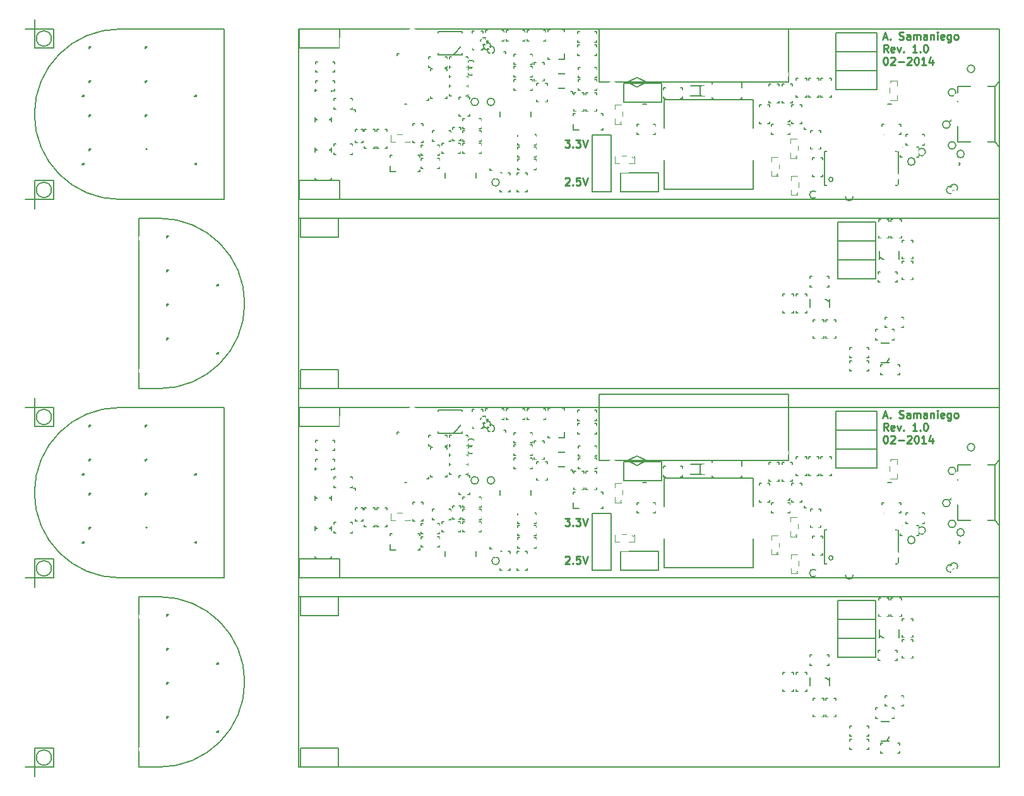
<source format=gto>
G04 (created by PCBNEW (2013-07-07 BZR 4022)-stable) date 3/1/2014 5:06:07 PM*
%MOIN*%
G04 Gerber Fmt 3.4, Leading zero omitted, Abs format*
%FSLAX34Y34*%
G01*
G70*
G90*
G04 APERTURE LIST*
%ADD10C,0.00590551*%
%ADD11C,0.006*%
%ADD12C,0.01*%
%ADD13C,0.0031*%
%ADD14C,0.008*%
%ADD15C,0.005*%
%ADD16R,0.069X0.069*%
%ADD17C,0.069*%
%ADD18R,0.0652X0.073*%
%ADD19R,0.04X0.0495*%
%ADD20R,0.0494331X0.0494331*%
%ADD21R,0.0494331X0.0573071*%
%ADD22O,0.0533701X0.0250236*%
%ADD23O,0.0250236X0.0533701*%
%ADD24R,0.0809291X0.0809291*%
%ADD25C,0.043*%
%ADD26R,0.100614X0.0809291*%
%ADD27O,0.0237244X0.0533701*%
%ADD28R,0.073X0.0652*%
%ADD29C,0.024*%
%ADD30R,0.0495X0.04*%
%ADD31R,0.045X0.057*%
%ADD32R,0.0455X0.0534*%
%ADD33C,0.16*%
%ADD34C,0.139*%
%ADD35R,0.0305354X0.0226614*%
%ADD36O,0.0250236X0.0529764*%
%ADD37O,0.0529764X0.0250236*%
%ADD38R,0.120299X0.120299*%
%ADD39C,0.037622*%
%ADD40R,0.037622X0.0305354*%
%ADD41R,0.033685X0.0277795*%
%ADD42R,0.025811X0.029748*%
%ADD43R,0.0919528X0.110457*%
%ADD44R,0.0309291X0.0289606*%
%ADD45R,0.0415591X0.025811*%
%ADD46R,0.037622X0.0573071*%
%ADD47R,0.0277795X0.0238425*%
%ADD48R,0.025811X0.0464803*%
%ADD49R,0.035X0.03*%
%ADD50R,0.0494331X0.100614*%
%ADD51R,0.199039X0.0966772*%
%ADD52R,0.059X0.039*%
%ADD53R,0.064X0.029*%
%ADD54R,0.0534X0.0455*%
%ADD55R,0.0416X0.0534*%
%ADD56R,0.0534X0.0416*%
%ADD57R,0.0612441X0.17148*%
%ADD58R,0.0691181X0.0687244*%
%ADD59R,0.205339X0.146283*%
%ADD60C,0.029*%
%ADD61R,0.0305X0.0719*%
%ADD62R,0.0691181X0.029748*%
%ADD63R,0.0888031X0.0868346*%
%ADD64R,0.0888031X0.104551*%
%ADD65C,0.044*%
G04 APERTURE END LIST*
G54D10*
G54D11*
X500Y500D02*
X500Y1500D01*
X500Y500D02*
X1500Y500D01*
X1400Y1000D02*
G75*
G03X1400Y1000I-400J0D01*
G74*
G01*
X500Y1500D02*
X1500Y1500D01*
X1500Y1500D02*
X1500Y500D01*
X500Y500D02*
X0Y500D01*
X500Y500D02*
X500Y0D01*
X10500Y39500D02*
X5000Y39500D01*
X10500Y30500D02*
X10500Y39500D01*
X5000Y30500D02*
X10500Y30500D01*
X500Y35000D02*
G75*
G03X5000Y30500I4500J0D01*
G74*
G01*
X5000Y39500D02*
G75*
G03X500Y35000I0J-4500D01*
G74*
G01*
X6000Y20500D02*
X7100Y20500D01*
X6000Y29500D02*
X6000Y20500D01*
X7100Y29500D02*
X6000Y29500D01*
X11600Y25000D02*
G75*
G03X7100Y29500I-4500J0D01*
G74*
G01*
X7100Y20500D02*
G75*
G03X11600Y25000I0J4500D01*
G74*
G01*
X10500Y19500D02*
X5000Y19500D01*
X10500Y10500D02*
X10500Y19500D01*
X5000Y10500D02*
X10500Y10500D01*
X500Y15000D02*
G75*
G03X5000Y10500I4500J0D01*
G74*
G01*
X5000Y19500D02*
G75*
G03X500Y15000I0J-4500D01*
G74*
G01*
X6000Y500D02*
X7100Y500D01*
X7100Y9500D02*
X6000Y9500D01*
X11600Y5000D02*
G75*
G03X7100Y9500I-4500J0D01*
G74*
G01*
X7100Y500D02*
G75*
G03X11600Y5000I0J4500D01*
G74*
G01*
X6000Y9500D02*
X6000Y500D01*
X51450Y39500D02*
X51450Y500D01*
X14450Y500D02*
X14450Y39500D01*
X51450Y500D02*
X14450Y500D01*
X51450Y9500D02*
X51450Y500D01*
X14450Y9500D02*
X51450Y9500D01*
X14450Y10500D02*
X14450Y9500D01*
X51450Y10500D02*
X14450Y10500D01*
X51450Y19500D02*
X51450Y10500D01*
X14450Y19500D02*
X51450Y19500D01*
X14450Y20500D02*
X14450Y19500D01*
X51450Y20500D02*
X14450Y20500D01*
X51450Y29500D02*
X51450Y20500D01*
X14450Y29500D02*
X51450Y29500D01*
X14450Y30500D02*
X14450Y29500D01*
X51450Y30500D02*
X14450Y30500D01*
X51450Y39500D02*
X51450Y30500D01*
X14450Y39500D02*
X51450Y39500D01*
G54D12*
X45326Y39052D02*
X45516Y39052D01*
X45288Y38938D02*
X45421Y39338D01*
X45554Y38938D01*
X45688Y38976D02*
X45707Y38957D01*
X45688Y38938D01*
X45669Y38957D01*
X45688Y38976D01*
X45688Y38938D01*
X46164Y38957D02*
X46221Y38938D01*
X46316Y38938D01*
X46354Y38957D01*
X46373Y38976D01*
X46392Y39014D01*
X46392Y39052D01*
X46373Y39090D01*
X46354Y39109D01*
X46316Y39128D01*
X46240Y39147D01*
X46202Y39166D01*
X46183Y39185D01*
X46164Y39223D01*
X46164Y39261D01*
X46183Y39300D01*
X46202Y39319D01*
X46240Y39338D01*
X46335Y39338D01*
X46392Y39319D01*
X46735Y38938D02*
X46735Y39147D01*
X46716Y39185D01*
X46678Y39204D01*
X46602Y39204D01*
X46564Y39185D01*
X46735Y38957D02*
X46697Y38938D01*
X46602Y38938D01*
X46564Y38957D01*
X46545Y38995D01*
X46545Y39033D01*
X46564Y39071D01*
X46602Y39090D01*
X46697Y39090D01*
X46735Y39109D01*
X46926Y38938D02*
X46926Y39204D01*
X46926Y39166D02*
X46945Y39185D01*
X46983Y39204D01*
X47040Y39204D01*
X47078Y39185D01*
X47097Y39147D01*
X47097Y38938D01*
X47097Y39147D02*
X47116Y39185D01*
X47154Y39204D01*
X47211Y39204D01*
X47250Y39185D01*
X47269Y39147D01*
X47269Y38938D01*
X47630Y38938D02*
X47630Y39147D01*
X47611Y39185D01*
X47573Y39204D01*
X47497Y39204D01*
X47459Y39185D01*
X47630Y38957D02*
X47592Y38938D01*
X47497Y38938D01*
X47459Y38957D01*
X47440Y38995D01*
X47440Y39033D01*
X47459Y39071D01*
X47497Y39090D01*
X47592Y39090D01*
X47630Y39109D01*
X47821Y39204D02*
X47821Y38938D01*
X47821Y39166D02*
X47840Y39185D01*
X47878Y39204D01*
X47935Y39204D01*
X47973Y39185D01*
X47992Y39147D01*
X47992Y38938D01*
X48183Y38938D02*
X48183Y39204D01*
X48183Y39338D02*
X48164Y39319D01*
X48183Y39300D01*
X48202Y39319D01*
X48183Y39338D01*
X48183Y39300D01*
X48526Y38957D02*
X48488Y38938D01*
X48411Y38938D01*
X48373Y38957D01*
X48354Y38995D01*
X48354Y39147D01*
X48373Y39185D01*
X48411Y39204D01*
X48488Y39204D01*
X48526Y39185D01*
X48545Y39147D01*
X48545Y39109D01*
X48354Y39071D01*
X48888Y39204D02*
X48888Y38880D01*
X48869Y38842D01*
X48850Y38823D01*
X48811Y38804D01*
X48754Y38804D01*
X48716Y38823D01*
X48888Y38957D02*
X48850Y38938D01*
X48773Y38938D01*
X48735Y38957D01*
X48716Y38976D01*
X48697Y39014D01*
X48697Y39128D01*
X48716Y39166D01*
X48735Y39185D01*
X48773Y39204D01*
X48850Y39204D01*
X48888Y39185D01*
X49135Y38938D02*
X49097Y38957D01*
X49078Y38976D01*
X49059Y39014D01*
X49059Y39128D01*
X49078Y39166D01*
X49097Y39185D01*
X49135Y39204D01*
X49192Y39204D01*
X49230Y39185D01*
X49250Y39166D01*
X49269Y39128D01*
X49269Y39014D01*
X49250Y38976D01*
X49230Y38957D01*
X49192Y38938D01*
X49135Y38938D01*
X45573Y38278D02*
X45440Y38468D01*
X45345Y38278D02*
X45345Y38678D01*
X45497Y38678D01*
X45535Y38659D01*
X45554Y38640D01*
X45573Y38601D01*
X45573Y38544D01*
X45554Y38506D01*
X45535Y38487D01*
X45497Y38468D01*
X45345Y38468D01*
X45897Y38297D02*
X45859Y38278D01*
X45783Y38278D01*
X45745Y38297D01*
X45726Y38335D01*
X45726Y38487D01*
X45745Y38525D01*
X45783Y38544D01*
X45859Y38544D01*
X45897Y38525D01*
X45916Y38487D01*
X45916Y38449D01*
X45726Y38411D01*
X46050Y38544D02*
X46145Y38278D01*
X46240Y38544D01*
X46392Y38316D02*
X46411Y38297D01*
X46392Y38278D01*
X46373Y38297D01*
X46392Y38316D01*
X46392Y38278D01*
X47097Y38278D02*
X46869Y38278D01*
X46983Y38278D02*
X46983Y38678D01*
X46945Y38620D01*
X46907Y38582D01*
X46869Y38563D01*
X47269Y38316D02*
X47288Y38297D01*
X47269Y38278D01*
X47250Y38297D01*
X47269Y38316D01*
X47269Y38278D01*
X47535Y38678D02*
X47573Y38678D01*
X47611Y38659D01*
X47630Y38640D01*
X47650Y38601D01*
X47669Y38525D01*
X47669Y38430D01*
X47650Y38354D01*
X47630Y38316D01*
X47611Y38297D01*
X47573Y38278D01*
X47535Y38278D01*
X47497Y38297D01*
X47478Y38316D01*
X47459Y38354D01*
X47440Y38430D01*
X47440Y38525D01*
X47459Y38601D01*
X47478Y38640D01*
X47497Y38659D01*
X47535Y38678D01*
X45421Y38018D02*
X45459Y38018D01*
X45497Y37999D01*
X45516Y37980D01*
X45535Y37941D01*
X45554Y37865D01*
X45554Y37770D01*
X45535Y37694D01*
X45516Y37656D01*
X45497Y37637D01*
X45459Y37618D01*
X45421Y37618D01*
X45383Y37637D01*
X45364Y37656D01*
X45345Y37694D01*
X45326Y37770D01*
X45326Y37865D01*
X45345Y37941D01*
X45364Y37980D01*
X45383Y37999D01*
X45421Y38018D01*
X45707Y37980D02*
X45726Y37999D01*
X45764Y38018D01*
X45859Y38018D01*
X45897Y37999D01*
X45916Y37980D01*
X45935Y37941D01*
X45935Y37903D01*
X45916Y37846D01*
X45688Y37618D01*
X45935Y37618D01*
X46107Y37770D02*
X46411Y37770D01*
X46583Y37980D02*
X46602Y37999D01*
X46640Y38018D01*
X46735Y38018D01*
X46773Y37999D01*
X46792Y37980D01*
X46811Y37941D01*
X46811Y37903D01*
X46792Y37846D01*
X46564Y37618D01*
X46811Y37618D01*
X47059Y38018D02*
X47097Y38018D01*
X47135Y37999D01*
X47154Y37980D01*
X47173Y37941D01*
X47192Y37865D01*
X47192Y37770D01*
X47173Y37694D01*
X47154Y37656D01*
X47135Y37637D01*
X47097Y37618D01*
X47059Y37618D01*
X47021Y37637D01*
X47002Y37656D01*
X46983Y37694D01*
X46964Y37770D01*
X46964Y37865D01*
X46983Y37941D01*
X47002Y37980D01*
X47021Y37999D01*
X47059Y38018D01*
X47573Y37618D02*
X47345Y37618D01*
X47459Y37618D02*
X47459Y38018D01*
X47421Y37960D01*
X47383Y37922D01*
X47345Y37903D01*
X47916Y37884D02*
X47916Y37618D01*
X47821Y38037D02*
X47726Y37751D01*
X47973Y37751D01*
G54D11*
X500Y38500D02*
X500Y39500D01*
X500Y39500D02*
X1500Y39500D01*
X500Y30500D02*
X500Y31500D01*
X500Y30500D02*
X1500Y30500D01*
X1400Y31000D02*
G75*
G03X1400Y31000I-400J0D01*
G74*
G01*
X1400Y39000D02*
G75*
G03X1400Y39000I-400J0D01*
G74*
G01*
X1500Y39500D02*
X1500Y38500D01*
X1500Y38500D02*
X500Y38500D01*
X500Y31500D02*
X1500Y31500D01*
X1500Y31500D02*
X1500Y30500D01*
X0Y39500D02*
X500Y39500D01*
X500Y39500D02*
X500Y40000D01*
X500Y30500D02*
X0Y30500D01*
X500Y30500D02*
X500Y30000D01*
G54D12*
X28509Y33638D02*
X28757Y33638D01*
X28623Y33485D01*
X28680Y33485D01*
X28719Y33466D01*
X28738Y33447D01*
X28757Y33409D01*
X28757Y33314D01*
X28738Y33276D01*
X28719Y33257D01*
X28680Y33238D01*
X28566Y33238D01*
X28528Y33257D01*
X28509Y33276D01*
X28928Y33276D02*
X28947Y33257D01*
X28928Y33238D01*
X28909Y33257D01*
X28928Y33276D01*
X28928Y33238D01*
X29080Y33638D02*
X29328Y33638D01*
X29195Y33485D01*
X29252Y33485D01*
X29290Y33466D01*
X29309Y33447D01*
X29328Y33409D01*
X29328Y33314D01*
X29309Y33276D01*
X29290Y33257D01*
X29252Y33238D01*
X29138Y33238D01*
X29100Y33257D01*
X29080Y33276D01*
X29442Y33638D02*
X29576Y33238D01*
X29709Y33638D01*
X28528Y31600D02*
X28547Y31619D01*
X28585Y31638D01*
X28680Y31638D01*
X28719Y31619D01*
X28738Y31600D01*
X28757Y31561D01*
X28757Y31523D01*
X28738Y31466D01*
X28509Y31238D01*
X28757Y31238D01*
X28928Y31276D02*
X28947Y31257D01*
X28928Y31238D01*
X28909Y31257D01*
X28928Y31276D01*
X28928Y31238D01*
X29309Y31638D02*
X29119Y31638D01*
X29100Y31447D01*
X29119Y31466D01*
X29157Y31485D01*
X29252Y31485D01*
X29290Y31466D01*
X29309Y31447D01*
X29328Y31409D01*
X29328Y31314D01*
X29309Y31276D01*
X29290Y31257D01*
X29252Y31238D01*
X29157Y31238D01*
X29119Y31257D01*
X29100Y31276D01*
X29442Y31638D02*
X29576Y31238D01*
X29709Y31638D01*
X28528Y11600D02*
X28547Y11619D01*
X28585Y11638D01*
X28680Y11638D01*
X28719Y11619D01*
X28738Y11600D01*
X28757Y11561D01*
X28757Y11523D01*
X28738Y11466D01*
X28509Y11238D01*
X28757Y11238D01*
X28928Y11276D02*
X28947Y11257D01*
X28928Y11238D01*
X28909Y11257D01*
X28928Y11276D01*
X28928Y11238D01*
X29309Y11638D02*
X29119Y11638D01*
X29100Y11447D01*
X29119Y11466D01*
X29157Y11485D01*
X29252Y11485D01*
X29290Y11466D01*
X29309Y11447D01*
X29328Y11409D01*
X29328Y11314D01*
X29309Y11276D01*
X29290Y11257D01*
X29252Y11238D01*
X29157Y11238D01*
X29119Y11257D01*
X29100Y11276D01*
X29442Y11638D02*
X29576Y11238D01*
X29709Y11638D01*
X28509Y13638D02*
X28757Y13638D01*
X28623Y13485D01*
X28680Y13485D01*
X28719Y13466D01*
X28738Y13447D01*
X28757Y13409D01*
X28757Y13314D01*
X28738Y13276D01*
X28719Y13257D01*
X28680Y13238D01*
X28566Y13238D01*
X28528Y13257D01*
X28509Y13276D01*
X28928Y13276D02*
X28947Y13257D01*
X28928Y13238D01*
X28909Y13257D01*
X28928Y13276D01*
X28928Y13238D01*
X29080Y13638D02*
X29328Y13638D01*
X29195Y13485D01*
X29252Y13485D01*
X29290Y13466D01*
X29309Y13447D01*
X29328Y13409D01*
X29328Y13314D01*
X29309Y13276D01*
X29290Y13257D01*
X29252Y13238D01*
X29138Y13238D01*
X29100Y13257D01*
X29080Y13276D01*
X29442Y13638D02*
X29576Y13238D01*
X29709Y13638D01*
G54D11*
X500Y10500D02*
X500Y10000D01*
X500Y10500D02*
X0Y10500D01*
X500Y19500D02*
X500Y20000D01*
X0Y19500D02*
X500Y19500D01*
X1500Y11500D02*
X1500Y10500D01*
X500Y11500D02*
X1500Y11500D01*
X1500Y18500D02*
X500Y18500D01*
X1500Y19500D02*
X1500Y18500D01*
X1400Y19000D02*
G75*
G03X1400Y19000I-400J0D01*
G74*
G01*
X1400Y11000D02*
G75*
G03X1400Y11000I-400J0D01*
G74*
G01*
X500Y10500D02*
X1500Y10500D01*
X500Y10500D02*
X500Y11500D01*
X500Y19500D02*
X1500Y19500D01*
X500Y18500D02*
X500Y19500D01*
G54D12*
X45326Y19052D02*
X45516Y19052D01*
X45288Y18938D02*
X45421Y19338D01*
X45554Y18938D01*
X45688Y18976D02*
X45707Y18957D01*
X45688Y18938D01*
X45669Y18957D01*
X45688Y18976D01*
X45688Y18938D01*
X46164Y18957D02*
X46221Y18938D01*
X46316Y18938D01*
X46354Y18957D01*
X46373Y18976D01*
X46392Y19014D01*
X46392Y19052D01*
X46373Y19090D01*
X46354Y19109D01*
X46316Y19128D01*
X46240Y19147D01*
X46202Y19166D01*
X46183Y19185D01*
X46164Y19223D01*
X46164Y19261D01*
X46183Y19300D01*
X46202Y19319D01*
X46240Y19338D01*
X46335Y19338D01*
X46392Y19319D01*
X46735Y18938D02*
X46735Y19147D01*
X46716Y19185D01*
X46678Y19204D01*
X46602Y19204D01*
X46564Y19185D01*
X46735Y18957D02*
X46697Y18938D01*
X46602Y18938D01*
X46564Y18957D01*
X46545Y18995D01*
X46545Y19033D01*
X46564Y19071D01*
X46602Y19090D01*
X46697Y19090D01*
X46735Y19109D01*
X46926Y18938D02*
X46926Y19204D01*
X46926Y19166D02*
X46945Y19185D01*
X46983Y19204D01*
X47040Y19204D01*
X47078Y19185D01*
X47097Y19147D01*
X47097Y18938D01*
X47097Y19147D02*
X47116Y19185D01*
X47154Y19204D01*
X47211Y19204D01*
X47250Y19185D01*
X47269Y19147D01*
X47269Y18938D01*
X47630Y18938D02*
X47630Y19147D01*
X47611Y19185D01*
X47573Y19204D01*
X47497Y19204D01*
X47459Y19185D01*
X47630Y18957D02*
X47592Y18938D01*
X47497Y18938D01*
X47459Y18957D01*
X47440Y18995D01*
X47440Y19033D01*
X47459Y19071D01*
X47497Y19090D01*
X47592Y19090D01*
X47630Y19109D01*
X47821Y19204D02*
X47821Y18938D01*
X47821Y19166D02*
X47840Y19185D01*
X47878Y19204D01*
X47935Y19204D01*
X47973Y19185D01*
X47992Y19147D01*
X47992Y18938D01*
X48183Y18938D02*
X48183Y19204D01*
X48183Y19338D02*
X48164Y19319D01*
X48183Y19300D01*
X48202Y19319D01*
X48183Y19338D01*
X48183Y19300D01*
X48526Y18957D02*
X48488Y18938D01*
X48411Y18938D01*
X48373Y18957D01*
X48354Y18995D01*
X48354Y19147D01*
X48373Y19185D01*
X48411Y19204D01*
X48488Y19204D01*
X48526Y19185D01*
X48545Y19147D01*
X48545Y19109D01*
X48354Y19071D01*
X48888Y19204D02*
X48888Y18880D01*
X48869Y18842D01*
X48850Y18823D01*
X48811Y18804D01*
X48754Y18804D01*
X48716Y18823D01*
X48888Y18957D02*
X48850Y18938D01*
X48773Y18938D01*
X48735Y18957D01*
X48716Y18976D01*
X48697Y19014D01*
X48697Y19128D01*
X48716Y19166D01*
X48735Y19185D01*
X48773Y19204D01*
X48850Y19204D01*
X48888Y19185D01*
X49135Y18938D02*
X49097Y18957D01*
X49078Y18976D01*
X49059Y19014D01*
X49059Y19128D01*
X49078Y19166D01*
X49097Y19185D01*
X49135Y19204D01*
X49192Y19204D01*
X49230Y19185D01*
X49250Y19166D01*
X49269Y19128D01*
X49269Y19014D01*
X49250Y18976D01*
X49230Y18957D01*
X49192Y18938D01*
X49135Y18938D01*
X45573Y18278D02*
X45440Y18468D01*
X45345Y18278D02*
X45345Y18678D01*
X45497Y18678D01*
X45535Y18659D01*
X45554Y18640D01*
X45573Y18601D01*
X45573Y18544D01*
X45554Y18506D01*
X45535Y18487D01*
X45497Y18468D01*
X45345Y18468D01*
X45897Y18297D02*
X45859Y18278D01*
X45783Y18278D01*
X45745Y18297D01*
X45726Y18335D01*
X45726Y18487D01*
X45745Y18525D01*
X45783Y18544D01*
X45859Y18544D01*
X45897Y18525D01*
X45916Y18487D01*
X45916Y18449D01*
X45726Y18411D01*
X46050Y18544D02*
X46145Y18278D01*
X46240Y18544D01*
X46392Y18316D02*
X46411Y18297D01*
X46392Y18278D01*
X46373Y18297D01*
X46392Y18316D01*
X46392Y18278D01*
X47097Y18278D02*
X46869Y18278D01*
X46983Y18278D02*
X46983Y18678D01*
X46945Y18620D01*
X46907Y18582D01*
X46869Y18563D01*
X47269Y18316D02*
X47288Y18297D01*
X47269Y18278D01*
X47250Y18297D01*
X47269Y18316D01*
X47269Y18278D01*
X47535Y18678D02*
X47573Y18678D01*
X47611Y18659D01*
X47630Y18640D01*
X47650Y18601D01*
X47669Y18525D01*
X47669Y18430D01*
X47650Y18354D01*
X47630Y18316D01*
X47611Y18297D01*
X47573Y18278D01*
X47535Y18278D01*
X47497Y18297D01*
X47478Y18316D01*
X47459Y18354D01*
X47440Y18430D01*
X47440Y18525D01*
X47459Y18601D01*
X47478Y18640D01*
X47497Y18659D01*
X47535Y18678D01*
X45421Y18018D02*
X45459Y18018D01*
X45497Y17999D01*
X45516Y17980D01*
X45535Y17941D01*
X45554Y17865D01*
X45554Y17770D01*
X45535Y17694D01*
X45516Y17656D01*
X45497Y17637D01*
X45459Y17618D01*
X45421Y17618D01*
X45383Y17637D01*
X45364Y17656D01*
X45345Y17694D01*
X45326Y17770D01*
X45326Y17865D01*
X45345Y17941D01*
X45364Y17980D01*
X45383Y17999D01*
X45421Y18018D01*
X45707Y17980D02*
X45726Y17999D01*
X45764Y18018D01*
X45859Y18018D01*
X45897Y17999D01*
X45916Y17980D01*
X45935Y17941D01*
X45935Y17903D01*
X45916Y17846D01*
X45688Y17618D01*
X45935Y17618D01*
X46107Y17770D02*
X46411Y17770D01*
X46583Y17980D02*
X46602Y17999D01*
X46640Y18018D01*
X46735Y18018D01*
X46773Y17999D01*
X46792Y17980D01*
X46811Y17941D01*
X46811Y17903D01*
X46792Y17846D01*
X46564Y17618D01*
X46811Y17618D01*
X47059Y18018D02*
X47097Y18018D01*
X47135Y17999D01*
X47154Y17980D01*
X47173Y17941D01*
X47192Y17865D01*
X47192Y17770D01*
X47173Y17694D01*
X47154Y17656D01*
X47135Y17637D01*
X47097Y17618D01*
X47059Y17618D01*
X47021Y17637D01*
X47002Y17656D01*
X46983Y17694D01*
X46964Y17770D01*
X46964Y17865D01*
X46983Y17941D01*
X47002Y17980D01*
X47021Y17999D01*
X47059Y18018D01*
X47573Y17618D02*
X47345Y17618D01*
X47459Y17618D02*
X47459Y18018D01*
X47421Y17960D01*
X47383Y17922D01*
X47345Y17903D01*
X47916Y17884D02*
X47916Y17618D01*
X47821Y18037D02*
X47726Y17751D01*
X47973Y17751D01*
G54D10*
X32800Y36700D02*
X32300Y36450D01*
X32300Y36450D02*
X31800Y36700D01*
X31800Y36700D02*
X32300Y36950D01*
X32300Y36950D02*
X32800Y36700D01*
X40300Y39500D02*
X40300Y36700D01*
X40300Y36700D02*
X30300Y36700D01*
X30300Y36700D02*
X30300Y39500D01*
X37854Y36691D02*
X37854Y36391D01*
X37854Y35801D02*
X37854Y35901D01*
X37854Y36691D02*
X37554Y36691D01*
X37754Y35801D02*
X37854Y35801D01*
X36292Y36691D02*
X36292Y36591D01*
X36292Y35801D02*
X36392Y35801D01*
X36292Y35801D02*
X36292Y35901D01*
X36292Y36691D02*
X36392Y36691D01*
X34716Y36405D02*
X34716Y36305D01*
X34716Y35850D02*
X34616Y35850D01*
X34716Y36405D02*
X34616Y36405D01*
X34716Y35850D02*
X34716Y35950D01*
X33721Y36405D02*
X33721Y36305D01*
X33721Y36405D02*
X33821Y36405D01*
X33721Y35950D02*
X33721Y35850D01*
X33721Y35850D02*
X33821Y35850D01*
X35635Y35980D02*
X35635Y36512D01*
X35163Y35980D02*
X35163Y36512D01*
X35163Y36512D02*
X35872Y36512D01*
X35872Y36512D02*
X35872Y35980D01*
X35872Y35980D02*
X35163Y35980D01*
X33616Y36628D02*
X33616Y35628D01*
X33616Y35628D02*
X31616Y35628D01*
X31616Y35628D02*
X31616Y36628D01*
X31616Y36628D02*
X33616Y36628D01*
X24550Y32045D02*
X24550Y32145D01*
X24550Y32045D02*
X24650Y32045D01*
X28899Y36205D02*
X28899Y36105D01*
X28899Y36205D02*
X28799Y36205D01*
X16195Y31544D02*
X16095Y31544D01*
X15305Y31544D02*
X15405Y31544D01*
X16195Y31544D02*
X16195Y31644D01*
X15305Y31644D02*
X15305Y31544D01*
X16195Y33106D02*
X16095Y33106D01*
X15305Y33106D02*
X15305Y33006D01*
X15305Y33106D02*
X15405Y33106D01*
X16195Y33106D02*
X16195Y33006D01*
X16195Y33144D02*
X16095Y33144D01*
X15305Y33144D02*
X15405Y33144D01*
X16195Y33144D02*
X16195Y33244D01*
X15305Y33244D02*
X15305Y33144D01*
X16195Y34706D02*
X16095Y34706D01*
X15305Y34706D02*
X15305Y34606D01*
X15305Y34706D02*
X15405Y34706D01*
X16195Y34706D02*
X16195Y34606D01*
X16195Y34744D02*
X16095Y34744D01*
X15305Y34744D02*
X15405Y34744D01*
X16195Y34744D02*
X16195Y34844D01*
X15305Y34844D02*
X15305Y34744D01*
X16195Y36306D02*
X16095Y36306D01*
X15305Y36306D02*
X15305Y36206D01*
X15305Y36306D02*
X15405Y36306D01*
X16195Y36306D02*
X16195Y36206D01*
X24800Y38400D02*
G75*
G03X24800Y38400I-200J0D01*
G74*
G01*
X23750Y37650D02*
G75*
G03X23750Y37650I-200J0D01*
G74*
G01*
X23750Y37250D02*
G75*
G03X23750Y37250I-200J0D01*
G74*
G01*
X43725Y30625D02*
G75*
G03X43725Y30625I-200J0D01*
G74*
G01*
X47550Y33000D02*
G75*
G03X47550Y33000I-200J0D01*
G74*
G01*
X49050Y31000D02*
G75*
G03X49050Y31000I-200J0D01*
G74*
G01*
X41825Y30750D02*
G75*
G03X41825Y30750I-200J0D01*
G74*
G01*
X23950Y35650D02*
G75*
G03X23950Y35650I-200J0D01*
G74*
G01*
X49150Y33350D02*
G75*
G03X49150Y33350I-200J0D01*
G74*
G01*
X49599Y32900D02*
G75*
G03X49599Y32900I-199J0D01*
G74*
G01*
X49150Y36150D02*
G75*
G03X49150Y36150I-200J0D01*
G74*
G01*
X48850Y34450D02*
G75*
G03X48850Y34450I-200J0D01*
G74*
G01*
X47000Y32500D02*
G75*
G03X47000Y32500I-200J0D01*
G74*
G01*
X50150Y37400D02*
G75*
G03X50150Y37400I-200J0D01*
G74*
G01*
X24450Y38850D02*
G75*
G03X24450Y38850I-200J0D01*
G74*
G01*
X24600Y38600D02*
G75*
G03X24600Y38600I-200J0D01*
G74*
G01*
X24800Y35650D02*
G75*
G03X24800Y35650I-200J0D01*
G74*
G01*
X49250Y31100D02*
G75*
G03X49250Y31100I-200J0D01*
G74*
G01*
X25050Y31400D02*
G75*
G03X25050Y31400I-200J0D01*
G74*
G01*
X17297Y35827D02*
X17297Y35727D01*
X17297Y35272D02*
X17197Y35272D01*
X17297Y35827D02*
X17197Y35827D01*
X17297Y35272D02*
X17297Y35372D01*
X16302Y35827D02*
X16302Y35727D01*
X16302Y35827D02*
X16402Y35827D01*
X16302Y35372D02*
X16302Y35272D01*
X16302Y35272D02*
X16402Y35272D01*
X17297Y33427D02*
X17297Y33327D01*
X17297Y32872D02*
X17197Y32872D01*
X17297Y33427D02*
X17197Y33427D01*
X17297Y32872D02*
X17297Y32972D01*
X16302Y33427D02*
X16302Y33327D01*
X16302Y33427D02*
X16402Y33427D01*
X16302Y32972D02*
X16302Y32872D01*
X16302Y32872D02*
X16402Y32872D01*
X40022Y25497D02*
X40122Y25497D01*
X40577Y25497D02*
X40577Y25397D01*
X40022Y25497D02*
X40022Y25397D01*
X40577Y25497D02*
X40477Y25497D01*
X40022Y24502D02*
X40122Y24502D01*
X40022Y24502D02*
X40022Y24602D01*
X40477Y24502D02*
X40577Y24502D01*
X40577Y24502D02*
X40577Y24602D01*
X41927Y35902D02*
X41827Y35902D01*
X41372Y35902D02*
X41372Y36002D01*
X41927Y35902D02*
X41927Y36002D01*
X41372Y35902D02*
X41472Y35902D01*
X41927Y36897D02*
X41827Y36897D01*
X41927Y36897D02*
X41927Y36797D01*
X41472Y36897D02*
X41372Y36897D01*
X41372Y36897D02*
X41372Y36797D01*
X42577Y35902D02*
X42477Y35902D01*
X42022Y35902D02*
X42022Y36002D01*
X42577Y35902D02*
X42577Y36002D01*
X42022Y35902D02*
X42122Y35902D01*
X42577Y36897D02*
X42477Y36897D01*
X42577Y36897D02*
X42577Y36797D01*
X42122Y36897D02*
X42022Y36897D01*
X42022Y36897D02*
X42022Y36797D01*
X39272Y36597D02*
X39372Y36597D01*
X39827Y36597D02*
X39827Y36497D01*
X39272Y36597D02*
X39272Y36497D01*
X39827Y36597D02*
X39727Y36597D01*
X39272Y35602D02*
X39372Y35602D01*
X39272Y35602D02*
X39272Y35702D01*
X39727Y35602D02*
X39827Y35602D01*
X39827Y35602D02*
X39827Y35702D01*
X40397Y34477D02*
X40397Y34377D01*
X40397Y33922D02*
X40297Y33922D01*
X40397Y34477D02*
X40297Y34477D01*
X40397Y33922D02*
X40397Y34022D01*
X39402Y34477D02*
X39402Y34377D01*
X39402Y34477D02*
X39502Y34477D01*
X39402Y34022D02*
X39402Y33922D01*
X39402Y33922D02*
X39502Y33922D01*
X39972Y36597D02*
X40072Y36597D01*
X40527Y36597D02*
X40527Y36497D01*
X39972Y36597D02*
X39972Y36497D01*
X40527Y36597D02*
X40427Y36597D01*
X39972Y35602D02*
X40072Y35602D01*
X39972Y35602D02*
X39972Y35702D01*
X40427Y35602D02*
X40527Y35602D01*
X40527Y35602D02*
X40527Y35702D01*
X45252Y33922D02*
X45252Y34022D01*
X45252Y34477D02*
X45352Y34477D01*
X45252Y33922D02*
X45352Y33922D01*
X45252Y34477D02*
X45252Y34377D01*
X46247Y33922D02*
X46247Y34022D01*
X46247Y33922D02*
X46147Y33922D01*
X46247Y34377D02*
X46247Y34477D01*
X46247Y34477D02*
X46147Y34477D01*
X32302Y33922D02*
X32302Y34022D01*
X32302Y34477D02*
X32402Y34477D01*
X32302Y33922D02*
X32402Y33922D01*
X32302Y34477D02*
X32302Y34377D01*
X33297Y33922D02*
X33297Y34022D01*
X33297Y33922D02*
X33197Y33922D01*
X33297Y34377D02*
X33297Y34477D01*
X33297Y34477D02*
X33197Y34477D01*
X21027Y33502D02*
X20927Y33502D01*
X20472Y33502D02*
X20472Y33602D01*
X21027Y33502D02*
X21027Y33602D01*
X20472Y33502D02*
X20572Y33502D01*
X21027Y34497D02*
X20927Y34497D01*
X21027Y34497D02*
X21027Y34397D01*
X20572Y34497D02*
X20472Y34497D01*
X20472Y34497D02*
X20472Y34397D01*
X45072Y29447D02*
X45172Y29447D01*
X45627Y29447D02*
X45627Y29347D01*
X45072Y29447D02*
X45072Y29347D01*
X45627Y29447D02*
X45527Y29447D01*
X45072Y28452D02*
X45172Y28452D01*
X45072Y28452D02*
X45072Y28552D01*
X45527Y28452D02*
X45627Y28452D01*
X45627Y28452D02*
X45627Y28552D01*
X43552Y21422D02*
X43552Y21522D01*
X43552Y21977D02*
X43652Y21977D01*
X43552Y21422D02*
X43652Y21422D01*
X43552Y21977D02*
X43552Y21877D01*
X44547Y21422D02*
X44547Y21522D01*
X44547Y21422D02*
X44447Y21422D01*
X44547Y21877D02*
X44547Y21977D01*
X44547Y21977D02*
X44447Y21977D01*
X42827Y23152D02*
X42727Y23152D01*
X42272Y23152D02*
X42272Y23252D01*
X42827Y23152D02*
X42827Y23252D01*
X42272Y23152D02*
X42372Y23152D01*
X42827Y24147D02*
X42727Y24147D01*
X42827Y24147D02*
X42827Y24047D01*
X42372Y24147D02*
X42272Y24147D01*
X42272Y24147D02*
X42272Y24047D01*
X46322Y27247D02*
X46422Y27247D01*
X46877Y27247D02*
X46877Y27147D01*
X46322Y27247D02*
X46322Y27147D01*
X46877Y27247D02*
X46777Y27247D01*
X46322Y26252D02*
X46422Y26252D01*
X46322Y26252D02*
X46322Y26352D01*
X46777Y26252D02*
X46877Y26252D01*
X46877Y26252D02*
X46877Y26352D01*
X45402Y23722D02*
X45402Y23822D01*
X45402Y24277D02*
X45502Y24277D01*
X45402Y23722D02*
X45502Y23722D01*
X45402Y24277D02*
X45402Y24177D01*
X46397Y23722D02*
X46397Y23822D01*
X46397Y23722D02*
X46297Y23722D01*
X46397Y24177D02*
X46397Y24277D01*
X46397Y24277D02*
X46297Y24277D01*
X30197Y37477D02*
X30197Y37377D01*
X30197Y36922D02*
X30097Y36922D01*
X30197Y37477D02*
X30097Y37477D01*
X30197Y36922D02*
X30197Y37022D01*
X29202Y37477D02*
X29202Y37377D01*
X29202Y37477D02*
X29302Y37477D01*
X29202Y37022D02*
X29202Y36922D01*
X29202Y36922D02*
X29302Y36922D01*
X47197Y33277D02*
X47197Y33177D01*
X47197Y32722D02*
X47097Y32722D01*
X47197Y33277D02*
X47097Y33277D01*
X47197Y32722D02*
X47197Y32822D01*
X46202Y33277D02*
X46202Y33177D01*
X46202Y33277D02*
X46302Y33277D01*
X46202Y32822D02*
X46202Y32722D01*
X46202Y32722D02*
X46302Y32722D01*
X24177Y38402D02*
X24077Y38402D01*
X23622Y38402D02*
X23622Y38502D01*
X24177Y38402D02*
X24177Y38502D01*
X23622Y38402D02*
X23722Y38402D01*
X24177Y39397D02*
X24077Y39397D01*
X24177Y39397D02*
X24177Y39297D01*
X23722Y39397D02*
X23622Y39397D01*
X23622Y39397D02*
X23622Y39297D01*
X25297Y39427D02*
X25297Y39327D01*
X25297Y38872D02*
X25197Y38872D01*
X25297Y39427D02*
X25197Y39427D01*
X25297Y38872D02*
X25297Y38972D01*
X24302Y39427D02*
X24302Y39327D01*
X24302Y39427D02*
X24402Y39427D01*
X24302Y38972D02*
X24302Y38872D01*
X24302Y38872D02*
X24402Y38872D01*
X25402Y38872D02*
X25402Y38972D01*
X25402Y39427D02*
X25502Y39427D01*
X25402Y38872D02*
X25502Y38872D01*
X25402Y39427D02*
X25402Y39327D01*
X26397Y38872D02*
X26397Y38972D01*
X26397Y38872D02*
X26297Y38872D01*
X26397Y39327D02*
X26397Y39427D01*
X26397Y39427D02*
X26297Y39427D01*
X18572Y34197D02*
X18672Y34197D01*
X19127Y34197D02*
X19127Y34097D01*
X18572Y34197D02*
X18572Y34097D01*
X19127Y34197D02*
X19027Y34197D01*
X18572Y33202D02*
X18672Y33202D01*
X18572Y33202D02*
X18572Y33302D01*
X19027Y33202D02*
X19127Y33202D01*
X19127Y33202D02*
X19127Y33302D01*
X17922Y34197D02*
X18022Y34197D01*
X18477Y34197D02*
X18477Y34097D01*
X17922Y34197D02*
X17922Y34097D01*
X18477Y34197D02*
X18377Y34197D01*
X17922Y33202D02*
X18022Y33202D01*
X17922Y33202D02*
X17922Y33302D01*
X18377Y33202D02*
X18477Y33202D01*
X18477Y33202D02*
X18477Y33302D01*
X20902Y32822D02*
X20902Y32922D01*
X20902Y33377D02*
X21002Y33377D01*
X20902Y32822D02*
X21002Y32822D01*
X20902Y33377D02*
X20902Y33277D01*
X21897Y32822D02*
X21897Y32922D01*
X21897Y32822D02*
X21797Y32822D01*
X21897Y33277D02*
X21897Y33377D01*
X21897Y33377D02*
X21797Y33377D01*
X23397Y36527D02*
X23397Y36427D01*
X23397Y35972D02*
X23297Y35972D01*
X23397Y36527D02*
X23297Y36527D01*
X23397Y35972D02*
X23397Y36072D01*
X22402Y36527D02*
X22402Y36427D01*
X22402Y36527D02*
X22502Y36527D01*
X22402Y36072D02*
X22402Y35972D01*
X22402Y35972D02*
X22502Y35972D01*
X23397Y37527D02*
X23397Y37427D01*
X23397Y36972D02*
X23297Y36972D01*
X23397Y37527D02*
X23297Y37527D01*
X23397Y36972D02*
X23397Y37072D01*
X22402Y37527D02*
X22402Y37427D01*
X22402Y37527D02*
X22502Y37527D01*
X22402Y37072D02*
X22402Y36972D01*
X22402Y36972D02*
X22502Y36972D01*
X27497Y39427D02*
X27497Y39327D01*
X27497Y38872D02*
X27397Y38872D01*
X27497Y39427D02*
X27397Y39427D01*
X27497Y38872D02*
X27497Y38972D01*
X26502Y39427D02*
X26502Y39327D01*
X26502Y39427D02*
X26602Y39427D01*
X26502Y38972D02*
X26502Y38872D01*
X26502Y38872D02*
X26602Y38872D01*
X22402Y36472D02*
X22402Y36572D01*
X22402Y37027D02*
X22502Y37027D01*
X22402Y36472D02*
X22502Y36472D01*
X22402Y37027D02*
X22402Y36927D01*
X23397Y36472D02*
X23397Y36572D01*
X23397Y36472D02*
X23297Y36472D01*
X23397Y36927D02*
X23397Y37027D01*
X23397Y37027D02*
X23297Y37027D01*
X22497Y34127D02*
X22497Y34027D01*
X22497Y33572D02*
X22397Y33572D01*
X22497Y34127D02*
X22397Y34127D01*
X22497Y33572D02*
X22497Y33672D01*
X21502Y34127D02*
X21502Y34027D01*
X21502Y34127D02*
X21602Y34127D01*
X21502Y33672D02*
X21502Y33572D01*
X21502Y33572D02*
X21602Y33572D01*
X26997Y32627D02*
X26997Y32527D01*
X26997Y32072D02*
X26897Y32072D01*
X26997Y32627D02*
X26897Y32627D01*
X26997Y32072D02*
X26997Y32172D01*
X26002Y32627D02*
X26002Y32527D01*
X26002Y32627D02*
X26102Y32627D01*
X26002Y32172D02*
X26002Y32072D01*
X26002Y32072D02*
X26102Y32072D01*
X25972Y31897D02*
X26072Y31897D01*
X26527Y31897D02*
X26527Y31797D01*
X25972Y31897D02*
X25972Y31797D01*
X26527Y31897D02*
X26427Y31897D01*
X25972Y30902D02*
X26072Y30902D01*
X25972Y30902D02*
X25972Y31002D01*
X26427Y30902D02*
X26527Y30902D01*
X26527Y30902D02*
X26527Y31002D01*
X15352Y36222D02*
X15352Y36322D01*
X15352Y36777D02*
X15452Y36777D01*
X15352Y36222D02*
X15452Y36222D01*
X15352Y36777D02*
X15352Y36677D01*
X16347Y36222D02*
X16347Y36322D01*
X16347Y36222D02*
X16247Y36222D01*
X16347Y36677D02*
X16347Y36777D01*
X16347Y36777D02*
X16247Y36777D01*
X25072Y31897D02*
X25172Y31897D01*
X25627Y31897D02*
X25627Y31797D01*
X25072Y31897D02*
X25072Y31797D01*
X25627Y31897D02*
X25527Y31897D01*
X25072Y30902D02*
X25172Y30902D01*
X25072Y30902D02*
X25072Y31002D01*
X25527Y30902D02*
X25627Y30902D01*
X25627Y30902D02*
X25627Y31002D01*
X20902Y32122D02*
X20902Y32222D01*
X20902Y32677D02*
X21002Y32677D01*
X20902Y32122D02*
X21002Y32122D01*
X20902Y32677D02*
X20902Y32577D01*
X21897Y32122D02*
X21897Y32222D01*
X21897Y32122D02*
X21797Y32122D01*
X21897Y32577D02*
X21897Y32677D01*
X21897Y32677D02*
X21797Y32677D01*
X29622Y36147D02*
X29722Y36147D01*
X30177Y36147D02*
X30177Y36047D01*
X29622Y36147D02*
X29622Y36047D01*
X30177Y36147D02*
X30077Y36147D01*
X29622Y35152D02*
X29722Y35152D01*
X29622Y35152D02*
X29622Y35252D01*
X30077Y35152D02*
X30177Y35152D01*
X30177Y35152D02*
X30177Y35252D01*
X40722Y25497D02*
X40822Y25497D01*
X41277Y25497D02*
X41277Y25397D01*
X40722Y25497D02*
X40722Y25397D01*
X41277Y25497D02*
X41177Y25497D01*
X40722Y24502D02*
X40822Y24502D01*
X40722Y24502D02*
X40722Y24602D01*
X41177Y24502D02*
X41277Y24502D01*
X41277Y24502D02*
X41277Y24602D01*
X42027Y33152D02*
X41927Y33152D01*
X41472Y33152D02*
X41472Y33252D01*
X42027Y33152D02*
X42027Y33252D01*
X41472Y33152D02*
X41572Y33152D01*
X42027Y34147D02*
X41927Y34147D01*
X42027Y34147D02*
X42027Y34047D01*
X41572Y34147D02*
X41472Y34147D01*
X41472Y34147D02*
X41472Y34047D01*
X40722Y36897D02*
X40822Y36897D01*
X41277Y36897D02*
X41277Y36797D01*
X40722Y36897D02*
X40722Y36797D01*
X41277Y36897D02*
X41177Y36897D01*
X40722Y35902D02*
X40822Y35902D01*
X40722Y35902D02*
X40722Y36002D01*
X41177Y35902D02*
X41277Y35902D01*
X41277Y35902D02*
X41277Y36002D01*
X46047Y26677D02*
X46047Y26577D01*
X46047Y26122D02*
X45947Y26122D01*
X46047Y26677D02*
X45947Y26677D01*
X46047Y26122D02*
X46047Y26222D01*
X45052Y26677D02*
X45052Y26577D01*
X45052Y26677D02*
X45152Y26677D01*
X45052Y26222D02*
X45052Y26122D01*
X45052Y26122D02*
X45152Y26122D01*
X40472Y35497D02*
X40572Y35497D01*
X41027Y35497D02*
X41027Y35397D01*
X40472Y35497D02*
X40472Y35397D01*
X41027Y35497D02*
X40927Y35497D01*
X40472Y34502D02*
X40572Y34502D01*
X40472Y34502D02*
X40472Y34602D01*
X40927Y34502D02*
X41027Y34502D01*
X41027Y34502D02*
X41027Y34602D01*
X41572Y32697D02*
X41672Y32697D01*
X42127Y32697D02*
X42127Y32597D01*
X41572Y32697D02*
X41572Y32597D01*
X42127Y32697D02*
X42027Y32697D01*
X41572Y31702D02*
X41672Y31702D01*
X41572Y31702D02*
X41572Y31802D01*
X42027Y31702D02*
X42127Y31702D01*
X42127Y31702D02*
X42127Y31802D01*
X38772Y35497D02*
X38872Y35497D01*
X39327Y35497D02*
X39327Y35397D01*
X38772Y35497D02*
X38772Y35397D01*
X39327Y35497D02*
X39227Y35497D01*
X38772Y34502D02*
X38872Y34502D01*
X38772Y34502D02*
X38772Y34602D01*
X39227Y34502D02*
X39327Y34502D01*
X39327Y34502D02*
X39327Y34602D01*
X45722Y29447D02*
X45822Y29447D01*
X46277Y29447D02*
X46277Y29347D01*
X45722Y29447D02*
X45722Y29347D01*
X46277Y29447D02*
X46177Y29447D01*
X45722Y28452D02*
X45822Y28452D01*
X45722Y28452D02*
X45722Y28552D01*
X46177Y28452D02*
X46277Y28452D01*
X46277Y28452D02*
X46277Y28552D01*
X42177Y23152D02*
X42077Y23152D01*
X41622Y23152D02*
X41622Y23252D01*
X42177Y23152D02*
X42177Y23252D01*
X41622Y23152D02*
X41722Y23152D01*
X42177Y24147D02*
X42077Y24147D01*
X42177Y24147D02*
X42177Y24047D01*
X41722Y24147D02*
X41622Y24147D01*
X41622Y24147D02*
X41622Y24047D01*
X46172Y21777D02*
X46172Y21677D01*
X46172Y21222D02*
X46072Y21222D01*
X46172Y21777D02*
X46072Y21777D01*
X46172Y21222D02*
X46172Y21322D01*
X45177Y21777D02*
X45177Y21677D01*
X45177Y21777D02*
X45277Y21777D01*
X45177Y21322D02*
X45177Y21222D01*
X45177Y21222D02*
X45277Y21222D01*
X43552Y22122D02*
X43552Y22222D01*
X43552Y22677D02*
X43652Y22677D01*
X43552Y22122D02*
X43652Y22122D01*
X43552Y22677D02*
X43552Y22577D01*
X44547Y22122D02*
X44547Y22222D01*
X44547Y22122D02*
X44447Y22122D01*
X44547Y22577D02*
X44547Y22677D01*
X44547Y22677D02*
X44447Y22677D01*
X45897Y23627D02*
X45897Y23527D01*
X45897Y23072D02*
X45797Y23072D01*
X45897Y23627D02*
X45797Y23627D01*
X45897Y23072D02*
X45897Y23172D01*
X44902Y23627D02*
X44902Y23527D01*
X44902Y23627D02*
X45002Y23627D01*
X44902Y23172D02*
X44902Y23072D01*
X44902Y23072D02*
X45002Y23072D01*
X41452Y25872D02*
X41452Y25972D01*
X41452Y26427D02*
X41552Y26427D01*
X41452Y25872D02*
X41552Y25872D01*
X41452Y26427D02*
X41452Y26327D01*
X42447Y25872D02*
X42447Y25972D01*
X42447Y25872D02*
X42347Y25872D01*
X42447Y26327D02*
X42447Y26427D01*
X42447Y26427D02*
X42347Y26427D01*
X46877Y27352D02*
X46777Y27352D01*
X46322Y27352D02*
X46322Y27452D01*
X46877Y27352D02*
X46877Y27452D01*
X46322Y27352D02*
X46422Y27352D01*
X46877Y28347D02*
X46777Y28347D01*
X46877Y28347D02*
X46877Y28247D01*
X46422Y28347D02*
X46322Y28347D01*
X46322Y28347D02*
X46322Y28247D01*
X29177Y38097D02*
X29177Y38197D01*
X29177Y38652D02*
X29277Y38652D01*
X29177Y38097D02*
X29277Y38097D01*
X29177Y38652D02*
X29177Y38552D01*
X30172Y38097D02*
X30172Y38197D01*
X30172Y38097D02*
X30072Y38097D01*
X30172Y38552D02*
X30172Y38652D01*
X30172Y38652D02*
X30072Y38652D01*
X29177Y38797D02*
X29177Y38897D01*
X29177Y39352D02*
X29277Y39352D01*
X29177Y38797D02*
X29277Y38797D01*
X29177Y39352D02*
X29177Y39252D01*
X30172Y38797D02*
X30172Y38897D01*
X30172Y38797D02*
X30072Y38797D01*
X30172Y39252D02*
X30172Y39352D01*
X30172Y39352D02*
X30072Y39352D01*
X29202Y36272D02*
X29202Y36372D01*
X29202Y36827D02*
X29302Y36827D01*
X29202Y36272D02*
X29302Y36272D01*
X29202Y36827D02*
X29202Y36727D01*
X30197Y36272D02*
X30197Y36372D01*
X30197Y36272D02*
X30097Y36272D01*
X30197Y36727D02*
X30197Y36827D01*
X30197Y36827D02*
X30097Y36827D01*
X22297Y38027D02*
X22297Y37927D01*
X22297Y37472D02*
X22197Y37472D01*
X22297Y38027D02*
X22197Y38027D01*
X22297Y37472D02*
X22297Y37572D01*
X21302Y38027D02*
X21302Y37927D01*
X21302Y38027D02*
X21402Y38027D01*
X21302Y37572D02*
X21302Y37472D01*
X21302Y37472D02*
X21402Y37472D01*
X46502Y33372D02*
X46502Y33472D01*
X46502Y33927D02*
X46602Y33927D01*
X46502Y33372D02*
X46602Y33372D01*
X46502Y33927D02*
X46502Y33827D01*
X47497Y33372D02*
X47497Y33472D01*
X47497Y33372D02*
X47397Y33372D01*
X47497Y33827D02*
X47497Y33927D01*
X47497Y33927D02*
X47397Y33927D01*
X26797Y38177D02*
X26797Y38077D01*
X26797Y37622D02*
X26697Y37622D01*
X26797Y38177D02*
X26697Y38177D01*
X26797Y37622D02*
X26797Y37722D01*
X25802Y38177D02*
X25802Y38077D01*
X25802Y38177D02*
X25902Y38177D01*
X25802Y37722D02*
X25802Y37622D01*
X25802Y37622D02*
X25902Y37622D01*
X27427Y36752D02*
X27327Y36752D01*
X26872Y36752D02*
X26872Y36852D01*
X27427Y36752D02*
X27427Y36852D01*
X26872Y36752D02*
X26972Y36752D01*
X27427Y37747D02*
X27327Y37747D01*
X27427Y37747D02*
X27427Y37647D01*
X26972Y37747D02*
X26872Y37747D01*
X26872Y37747D02*
X26872Y37647D01*
X23477Y34902D02*
X23377Y34902D01*
X22922Y34902D02*
X22922Y35002D01*
X23477Y34902D02*
X23477Y35002D01*
X22922Y34902D02*
X23022Y34902D01*
X23477Y35897D02*
X23377Y35897D01*
X23477Y35897D02*
X23477Y35797D01*
X23022Y35897D02*
X22922Y35897D01*
X22922Y35897D02*
X22922Y35797D01*
X26797Y36827D02*
X26797Y36727D01*
X26797Y36272D02*
X26697Y36272D01*
X26797Y36827D02*
X26697Y36827D01*
X26797Y36272D02*
X26797Y36372D01*
X25802Y36827D02*
X25802Y36727D01*
X25802Y36827D02*
X25902Y36827D01*
X25802Y36372D02*
X25802Y36272D01*
X25802Y36272D02*
X25902Y36272D01*
X26797Y37527D02*
X26797Y37427D01*
X26797Y36972D02*
X26697Y36972D01*
X26797Y37527D02*
X26697Y37527D01*
X26797Y36972D02*
X26797Y37072D01*
X25802Y37527D02*
X25802Y37427D01*
X25802Y37527D02*
X25902Y37527D01*
X25802Y37072D02*
X25802Y36972D01*
X25802Y36972D02*
X25902Y36972D01*
X23102Y34222D02*
X23102Y34322D01*
X23102Y34777D02*
X23202Y34777D01*
X23102Y34222D02*
X23202Y34222D01*
X23102Y34777D02*
X23102Y34677D01*
X24097Y34222D02*
X24097Y34322D01*
X24097Y34222D02*
X23997Y34222D01*
X24097Y34677D02*
X24097Y34777D01*
X24097Y34777D02*
X23997Y34777D01*
X23102Y33572D02*
X23102Y33672D01*
X23102Y34127D02*
X23202Y34127D01*
X23102Y33572D02*
X23202Y33572D01*
X23102Y34127D02*
X23102Y34027D01*
X24097Y33572D02*
X24097Y33672D01*
X24097Y33572D02*
X23997Y33572D01*
X24097Y34027D02*
X24097Y34127D01*
X24097Y34127D02*
X23997Y34127D01*
X22402Y37472D02*
X22402Y37572D01*
X22402Y38027D02*
X22502Y38027D01*
X22402Y37472D02*
X22502Y37472D01*
X22402Y38027D02*
X22402Y37927D01*
X23397Y37472D02*
X23397Y37572D01*
X23397Y37472D02*
X23297Y37472D01*
X23397Y37927D02*
X23397Y38027D01*
X23397Y38027D02*
X23297Y38027D01*
X29527Y35152D02*
X29427Y35152D01*
X28972Y35152D02*
X28972Y35252D01*
X29527Y35152D02*
X29527Y35252D01*
X28972Y35152D02*
X29072Y35152D01*
X29527Y36147D02*
X29427Y36147D01*
X29527Y36147D02*
X29527Y36047D01*
X29072Y36147D02*
X28972Y36147D01*
X28972Y36147D02*
X28972Y36047D01*
X22997Y33477D02*
X22997Y33377D01*
X22997Y32922D02*
X22897Y32922D01*
X22997Y33477D02*
X22897Y33477D01*
X22997Y32922D02*
X22997Y33022D01*
X22002Y33477D02*
X22002Y33377D01*
X22002Y33477D02*
X22102Y33477D01*
X22002Y33022D02*
X22002Y32922D01*
X22002Y32922D02*
X22102Y32922D01*
X26997Y33927D02*
X26997Y33827D01*
X26997Y33372D02*
X26897Y33372D01*
X26997Y33927D02*
X26897Y33927D01*
X26997Y33372D02*
X26997Y33472D01*
X26002Y33927D02*
X26002Y33827D01*
X26002Y33927D02*
X26102Y33927D01*
X26002Y33472D02*
X26002Y33372D01*
X26002Y33372D02*
X26102Y33372D01*
X26997Y33277D02*
X26997Y33177D01*
X26997Y32722D02*
X26897Y32722D01*
X26997Y33277D02*
X26897Y33277D01*
X26997Y32722D02*
X26997Y32822D01*
X26002Y33277D02*
X26002Y33177D01*
X26002Y33277D02*
X26102Y33277D01*
X26002Y32822D02*
X26002Y32722D01*
X26002Y32722D02*
X26102Y32722D01*
X23102Y32922D02*
X23102Y33022D01*
X23102Y33477D02*
X23202Y33477D01*
X23102Y32922D02*
X23202Y32922D01*
X23102Y33477D02*
X23102Y33377D01*
X24097Y32922D02*
X24097Y33022D01*
X24097Y32922D02*
X23997Y32922D01*
X24097Y33377D02*
X24097Y33477D01*
X24097Y33477D02*
X23997Y33477D01*
X15352Y37222D02*
X15352Y37322D01*
X15352Y37777D02*
X15452Y37777D01*
X15352Y37222D02*
X15452Y37222D01*
X15352Y37777D02*
X15352Y37677D01*
X16347Y37222D02*
X16347Y37322D01*
X16347Y37222D02*
X16247Y37222D01*
X16347Y37677D02*
X16347Y37777D01*
X16347Y37777D02*
X16247Y37777D01*
X27022Y36647D02*
X27122Y36647D01*
X27577Y36647D02*
X27577Y36547D01*
X27022Y36647D02*
X27022Y36547D01*
X27577Y36647D02*
X27477Y36647D01*
X27022Y35652D02*
X27122Y35652D01*
X27022Y35652D02*
X27022Y35752D01*
X27477Y35652D02*
X27577Y35652D01*
X27577Y35652D02*
X27577Y35752D01*
X3390Y36777D02*
X3490Y36777D01*
X3390Y36777D02*
X3390Y36677D01*
X3490Y36777D02*
X3390Y36677D01*
X3110Y35923D02*
X3010Y35923D01*
X3110Y35923D02*
X3110Y36023D01*
X3010Y35923D02*
X3110Y36023D01*
X10210Y22323D02*
X10110Y22323D01*
X10210Y22323D02*
X10210Y22423D01*
X10110Y22323D02*
X10210Y22423D01*
X7490Y24977D02*
X7590Y24977D01*
X7490Y24977D02*
X7490Y24877D01*
X7590Y24977D02*
X7490Y24877D01*
X7490Y28577D02*
X7590Y28577D01*
X7490Y28577D02*
X7490Y28477D01*
X7590Y28577D02*
X7490Y28477D01*
X10210Y25923D02*
X10110Y25923D01*
X10210Y25923D02*
X10210Y26023D01*
X10110Y25923D02*
X10210Y26023D01*
X3390Y34977D02*
X3490Y34977D01*
X3390Y34977D02*
X3390Y34877D01*
X3490Y34977D02*
X3390Y34877D01*
X3110Y32323D02*
X3010Y32323D01*
X3110Y32323D02*
X3110Y32423D01*
X3010Y32323D02*
X3110Y32423D01*
X6340Y38577D02*
X6440Y38577D01*
X6340Y38577D02*
X6340Y38477D01*
X6440Y38577D02*
X6340Y38477D01*
X6340Y34977D02*
X6440Y34977D01*
X6340Y34977D02*
X6340Y34877D01*
X6440Y34977D02*
X6340Y34877D01*
X9060Y35923D02*
X8960Y35923D01*
X9060Y35923D02*
X9060Y36023D01*
X8960Y35923D02*
X9060Y36023D01*
X7490Y23177D02*
X7590Y23177D01*
X7490Y23177D02*
X7490Y23077D01*
X7590Y23177D02*
X7490Y23077D01*
X3390Y33177D02*
X3490Y33177D01*
X3390Y33177D02*
X3390Y33077D01*
X3490Y33177D02*
X3390Y33077D01*
X7490Y26777D02*
X7590Y26777D01*
X7490Y26777D02*
X7490Y26677D01*
X7590Y26777D02*
X7490Y26677D01*
X6340Y36777D02*
X6440Y36777D01*
X6340Y36777D02*
X6340Y36677D01*
X6440Y36777D02*
X6340Y36677D01*
X6340Y33177D02*
X6440Y33177D01*
X6340Y33177D02*
X6340Y33077D01*
X6440Y33177D02*
X6340Y33077D01*
X3390Y38577D02*
X3490Y38577D01*
X3390Y38577D02*
X3390Y38477D01*
X3490Y38577D02*
X3390Y38477D01*
X9060Y32323D02*
X8960Y32323D01*
X9060Y32323D02*
X9060Y32423D01*
X8960Y32323D02*
X9060Y32423D01*
X31450Y30900D02*
X31450Y31900D01*
X31450Y31900D02*
X33450Y31900D01*
X33450Y31900D02*
X33450Y30900D01*
X33450Y30900D02*
X31450Y30900D01*
X29950Y30900D02*
X29950Y33900D01*
X29950Y33900D02*
X30950Y33900D01*
X30950Y30900D02*
X30950Y33900D01*
X29950Y30900D02*
X30950Y30900D01*
G54D13*
X32175Y32738D02*
G75*
G03X32175Y32738I-62J0D01*
G74*
G01*
X31150Y32400D02*
X31150Y32800D01*
X32175Y32400D02*
X32175Y32800D01*
X31150Y32800D02*
X32175Y32800D01*
X32175Y32400D02*
X31150Y32400D01*
G54D10*
X48910Y34649D02*
X48910Y34749D01*
X48910Y34649D02*
X48810Y34649D01*
X25397Y38300D02*
X25397Y38200D01*
X25397Y38300D02*
X25297Y38300D01*
X42900Y28300D02*
X42900Y29300D01*
X42900Y29300D02*
X44900Y29300D01*
X44900Y29300D02*
X44900Y28300D01*
X44900Y28300D02*
X42900Y28300D01*
X42900Y27300D02*
X42900Y28300D01*
X42900Y28300D02*
X44900Y28300D01*
X44900Y28300D02*
X44900Y27300D01*
X44900Y27300D02*
X42900Y27300D01*
X42900Y26300D02*
X42900Y27300D01*
X42900Y27300D02*
X44900Y27300D01*
X44900Y27300D02*
X44900Y26300D01*
X44900Y26300D02*
X42900Y26300D01*
X14550Y20500D02*
X14550Y21500D01*
X14550Y21500D02*
X16550Y21500D01*
X16550Y21500D02*
X16550Y20500D01*
X16550Y20500D02*
X14550Y20500D01*
X14550Y28500D02*
X14550Y29500D01*
X14550Y29500D02*
X16550Y29500D01*
X16550Y29500D02*
X16550Y28500D01*
X16550Y28500D02*
X14550Y28500D01*
X42830Y36300D02*
X42830Y37300D01*
X42830Y37300D02*
X44970Y37300D01*
X44970Y37300D02*
X44970Y36300D01*
X44970Y36300D02*
X42830Y36300D01*
X42830Y37300D02*
X42830Y38300D01*
X42830Y38300D02*
X44970Y38300D01*
X44970Y38300D02*
X44970Y37300D01*
X44970Y37300D02*
X42830Y37300D01*
X42830Y38300D02*
X42830Y39300D01*
X42830Y39300D02*
X44970Y39300D01*
X44970Y39300D02*
X44970Y38300D01*
X44970Y38300D02*
X42830Y38300D01*
X14480Y30500D02*
X14480Y31500D01*
X14480Y31500D02*
X16620Y31500D01*
X16620Y31500D02*
X16620Y30500D01*
X16620Y30500D02*
X14480Y30500D01*
X14480Y38500D02*
X14480Y39500D01*
X14480Y39500D02*
X16620Y39500D01*
X16620Y39500D02*
X16620Y38500D01*
X16620Y38500D02*
X14480Y38500D01*
X49328Y32300D02*
X49398Y32371D01*
X49398Y32371D02*
X49328Y32442D01*
X21092Y38411D02*
X20992Y38411D01*
X21092Y38411D02*
X21092Y38511D01*
X19748Y38203D02*
X19648Y38203D01*
X19648Y38203D02*
X19648Y38103D01*
X21319Y35745D02*
X21219Y35745D01*
X21319Y35745D02*
X21319Y35845D01*
X17442Y35247D02*
X17442Y35147D01*
X17442Y35247D02*
X17342Y35247D01*
X40375Y34604D02*
X40275Y34604D01*
X40375Y34604D02*
X40375Y34704D01*
X41147Y34199D02*
X41147Y34299D01*
X41147Y34199D02*
X41247Y34199D01*
X17855Y34190D02*
X17755Y34190D01*
X17855Y34190D02*
X17855Y34090D01*
X17445Y34190D02*
X17445Y34090D01*
X17445Y34190D02*
X17545Y34190D01*
X17445Y33510D02*
X17545Y33510D01*
X17445Y33510D02*
X17445Y33610D01*
X17855Y33510D02*
X17755Y33510D01*
X17855Y33510D02*
X17855Y33610D01*
X22595Y33610D02*
X22695Y33610D01*
X22595Y33610D02*
X22595Y33710D01*
X23005Y33610D02*
X23005Y33710D01*
X23005Y33610D02*
X22905Y33610D01*
X23005Y34290D02*
X22905Y34290D01*
X23005Y34290D02*
X23005Y34190D01*
X22595Y34290D02*
X22695Y34290D01*
X22595Y34290D02*
X22595Y34190D01*
X21405Y37406D02*
X21505Y37406D01*
X22295Y37406D02*
X22195Y37406D01*
X21405Y37406D02*
X21405Y37306D01*
X22295Y37306D02*
X22295Y37406D01*
X21405Y35844D02*
X21505Y35844D01*
X22295Y35844D02*
X22295Y35944D01*
X22295Y35844D02*
X22195Y35844D01*
X21405Y35844D02*
X21405Y35944D01*
X28828Y36356D02*
X27844Y36356D01*
X27844Y36356D02*
X27844Y37143D01*
X27844Y37143D02*
X28828Y37143D01*
X28828Y37143D02*
X28828Y36356D01*
X26707Y35875D02*
X26707Y34103D01*
X26707Y34103D02*
X25092Y34103D01*
X25092Y34103D02*
X25092Y35875D01*
X25092Y35875D02*
X26707Y35875D01*
X22192Y30874D02*
X22192Y32646D01*
X22192Y32646D02*
X23807Y32646D01*
X23807Y32646D02*
X23807Y30874D01*
X23807Y30874D02*
X22192Y30874D01*
X19294Y31955D02*
X19294Y32255D01*
X19294Y32845D02*
X19294Y32745D01*
X19294Y31955D02*
X19594Y31955D01*
X19394Y32845D02*
X19294Y32845D01*
X20856Y31955D02*
X20856Y32055D01*
X20856Y32845D02*
X20756Y32845D01*
X20856Y32845D02*
X20856Y32745D01*
X20856Y31955D02*
X20756Y31955D01*
X28495Y37894D02*
X28195Y37894D01*
X27605Y37894D02*
X27705Y37894D01*
X28495Y37894D02*
X28495Y38194D01*
X27605Y37994D02*
X27605Y37894D01*
X28495Y39456D02*
X28395Y39456D01*
X27605Y39456D02*
X27605Y39356D01*
X27605Y39456D02*
X27705Y39456D01*
X28495Y39456D02*
X28495Y39356D01*
X28944Y34155D02*
X28944Y34455D01*
X28944Y35045D02*
X28944Y34945D01*
X28944Y34155D02*
X29244Y34155D01*
X29044Y35045D02*
X28944Y35045D01*
X30506Y34155D02*
X30506Y34255D01*
X30506Y35045D02*
X30406Y35045D01*
X30506Y35045D02*
X30506Y34945D01*
X30506Y34155D02*
X30406Y34155D01*
X45550Y35525D02*
X45750Y35525D01*
X32600Y35525D02*
X32800Y35525D01*
X20050Y35525D02*
X20250Y35525D01*
G54D14*
X23075Y38625D02*
X22600Y38125D01*
X23075Y38125D02*
X23075Y39375D01*
X23075Y39375D02*
X21825Y39375D01*
X21825Y39375D02*
X21825Y38125D01*
X21825Y38125D02*
X23075Y38125D01*
G54D13*
X20325Y33888D02*
G75*
G03X20325Y33888I-62J0D01*
G74*
G01*
X19300Y33550D02*
X19300Y33950D01*
X20325Y33550D02*
X20325Y33950D01*
X19300Y33950D02*
X20325Y33950D01*
X20325Y33550D02*
X19300Y33550D01*
X31550Y34537D02*
G75*
G03X31550Y34537I-62J0D01*
G74*
G01*
X31150Y35500D02*
X31550Y35500D01*
X31150Y34475D02*
X31550Y34475D01*
X31550Y35500D02*
X31550Y34475D01*
X31150Y34475D02*
X31150Y35500D01*
X39800Y31787D02*
G75*
G03X39800Y31787I-62J0D01*
G74*
G01*
X39400Y32750D02*
X39800Y32750D01*
X39400Y31725D02*
X39800Y31725D01*
X39800Y32750D02*
X39800Y31725D01*
X39400Y31725D02*
X39400Y32750D01*
X40850Y30787D02*
G75*
G03X40850Y30787I-62J0D01*
G74*
G01*
X40450Y31750D02*
X40850Y31750D01*
X40450Y30725D02*
X40850Y30725D01*
X40850Y31750D02*
X40850Y30725D01*
X40450Y30725D02*
X40450Y31750D01*
X40800Y32737D02*
G75*
G03X40800Y32737I-62J0D01*
G74*
G01*
X40400Y33700D02*
X40800Y33700D01*
X40400Y32675D02*
X40800Y32675D01*
X40800Y33700D02*
X40800Y32675D01*
X40400Y32675D02*
X40400Y33700D01*
X45774Y36713D02*
G75*
G03X45774Y36713I-62J0D01*
G74*
G01*
X46050Y35750D02*
X45650Y35750D01*
X46050Y36775D02*
X45650Y36775D01*
X45650Y35750D02*
X45650Y36775D01*
X46050Y36775D02*
X46050Y35750D01*
G54D15*
X45450Y27250D02*
X45150Y27450D01*
X46150Y27250D02*
X45125Y27250D01*
X45125Y27250D02*
X45125Y27850D01*
X45125Y27850D02*
X46150Y27850D01*
X46150Y27850D02*
X46150Y27250D01*
X45700Y22200D02*
X45500Y21900D01*
X45700Y22900D02*
X45700Y21875D01*
X45700Y21875D02*
X45100Y21875D01*
X45100Y21875D02*
X45100Y22900D01*
X45100Y22900D02*
X45700Y22900D01*
X42150Y25300D02*
X42450Y25100D01*
X41450Y25300D02*
X42475Y25300D01*
X42475Y25300D02*
X42475Y24700D01*
X42475Y24700D02*
X41450Y24700D01*
X41450Y24700D02*
X41450Y25300D01*
G54D10*
X38462Y31037D02*
X33737Y31037D01*
X33737Y31037D02*
X33737Y35762D01*
X33737Y35762D02*
X38462Y35762D01*
X38462Y35762D02*
X38462Y31037D01*
G54D15*
X46100Y33050D02*
X42200Y33050D01*
X42200Y33050D02*
X42200Y31250D01*
X42200Y31250D02*
X46100Y31250D01*
X46100Y31250D02*
X46100Y33050D01*
X42661Y31550D02*
G75*
G03X42661Y31550I-111J0D01*
G74*
G01*
G54D10*
X51218Y33523D02*
X51454Y33267D01*
X51454Y33267D02*
X51454Y36732D01*
X51454Y36732D02*
X51218Y36476D01*
X51218Y33523D02*
X51218Y36476D01*
X51218Y36476D02*
X49250Y36476D01*
X49250Y36476D02*
X49250Y33523D01*
X49250Y33523D02*
X51218Y33523D01*
X51218Y13523D02*
X51454Y13267D01*
X51454Y13267D02*
X51454Y16732D01*
X51454Y16732D02*
X51218Y16476D01*
X51218Y13523D02*
X51218Y16476D01*
X51218Y16476D02*
X49250Y16476D01*
X49250Y16476D02*
X49250Y13523D01*
X49250Y13523D02*
X51218Y13523D01*
G54D15*
X46100Y13050D02*
X42200Y13050D01*
X42200Y13050D02*
X42200Y11250D01*
X42200Y11250D02*
X46100Y11250D01*
X46100Y11250D02*
X46100Y13050D01*
X42661Y11550D02*
G75*
G03X42661Y11550I-111J0D01*
G74*
G01*
G54D10*
X38462Y11037D02*
X33737Y11037D01*
X33737Y11037D02*
X33737Y15762D01*
X33737Y15762D02*
X38462Y15762D01*
X38462Y15762D02*
X38462Y11037D01*
G54D15*
X42150Y5300D02*
X42450Y5100D01*
X41450Y5300D02*
X42475Y5300D01*
X42475Y5300D02*
X42475Y4700D01*
X42475Y4700D02*
X41450Y4700D01*
X41450Y4700D02*
X41450Y5300D01*
X45700Y2200D02*
X45500Y1900D01*
X45700Y2900D02*
X45700Y1875D01*
X45700Y1875D02*
X45100Y1875D01*
X45100Y1875D02*
X45100Y2900D01*
X45100Y2900D02*
X45700Y2900D01*
X45450Y7250D02*
X45150Y7450D01*
X46150Y7250D02*
X45125Y7250D01*
X45125Y7250D02*
X45125Y7850D01*
X45125Y7850D02*
X46150Y7850D01*
X46150Y7850D02*
X46150Y7250D01*
G54D13*
X45774Y16713D02*
G75*
G03X45774Y16713I-62J0D01*
G74*
G01*
X46050Y15750D02*
X45650Y15750D01*
X46050Y16775D02*
X45650Y16775D01*
X45650Y15750D02*
X45650Y16775D01*
X46050Y16775D02*
X46050Y15750D01*
X40800Y12737D02*
G75*
G03X40800Y12737I-62J0D01*
G74*
G01*
X40400Y13700D02*
X40800Y13700D01*
X40400Y12675D02*
X40800Y12675D01*
X40800Y13700D02*
X40800Y12675D01*
X40400Y12675D02*
X40400Y13700D01*
X40850Y10787D02*
G75*
G03X40850Y10787I-62J0D01*
G74*
G01*
X40450Y11750D02*
X40850Y11750D01*
X40450Y10725D02*
X40850Y10725D01*
X40850Y11750D02*
X40850Y10725D01*
X40450Y10725D02*
X40450Y11750D01*
X39800Y11787D02*
G75*
G03X39800Y11787I-62J0D01*
G74*
G01*
X39400Y12750D02*
X39800Y12750D01*
X39400Y11725D02*
X39800Y11725D01*
X39800Y12750D02*
X39800Y11725D01*
X39400Y11725D02*
X39400Y12750D01*
X31550Y14537D02*
G75*
G03X31550Y14537I-62J0D01*
G74*
G01*
X31150Y15500D02*
X31550Y15500D01*
X31150Y14475D02*
X31550Y14475D01*
X31550Y15500D02*
X31550Y14475D01*
X31150Y14475D02*
X31150Y15500D01*
X20325Y13888D02*
G75*
G03X20325Y13888I-62J0D01*
G74*
G01*
X19300Y13550D02*
X19300Y13950D01*
X20325Y13550D02*
X20325Y13950D01*
X19300Y13950D02*
X20325Y13950D01*
X20325Y13550D02*
X19300Y13550D01*
G54D14*
X23075Y18625D02*
X22600Y18125D01*
X23075Y18125D02*
X23075Y19375D01*
X23075Y19375D02*
X21825Y19375D01*
X21825Y19375D02*
X21825Y18125D01*
X21825Y18125D02*
X23075Y18125D01*
G54D10*
X20050Y15525D02*
X20250Y15525D01*
X32600Y15525D02*
X32800Y15525D01*
X45550Y15525D02*
X45750Y15525D01*
X28944Y14155D02*
X28944Y14455D01*
X28944Y15045D02*
X28944Y14945D01*
X28944Y14155D02*
X29244Y14155D01*
X29044Y15045D02*
X28944Y15045D01*
X30506Y14155D02*
X30506Y14255D01*
X30506Y15045D02*
X30406Y15045D01*
X30506Y15045D02*
X30506Y14945D01*
X30506Y14155D02*
X30406Y14155D01*
X28495Y17894D02*
X28195Y17894D01*
X27605Y17894D02*
X27705Y17894D01*
X28495Y17894D02*
X28495Y18194D01*
X27605Y17994D02*
X27605Y17894D01*
X28495Y19456D02*
X28395Y19456D01*
X27605Y19456D02*
X27605Y19356D01*
X27605Y19456D02*
X27705Y19456D01*
X28495Y19456D02*
X28495Y19356D01*
X19294Y11955D02*
X19294Y12255D01*
X19294Y12845D02*
X19294Y12745D01*
X19294Y11955D02*
X19594Y11955D01*
X19394Y12845D02*
X19294Y12845D01*
X20856Y11955D02*
X20856Y12055D01*
X20856Y12845D02*
X20756Y12845D01*
X20856Y12845D02*
X20856Y12745D01*
X20856Y11955D02*
X20756Y11955D01*
X22192Y10874D02*
X22192Y12646D01*
X22192Y12646D02*
X23807Y12646D01*
X23807Y12646D02*
X23807Y10874D01*
X23807Y10874D02*
X22192Y10874D01*
X26707Y15875D02*
X26707Y14103D01*
X26707Y14103D02*
X25092Y14103D01*
X25092Y14103D02*
X25092Y15875D01*
X25092Y15875D02*
X26707Y15875D01*
X28828Y16356D02*
X27844Y16356D01*
X27844Y16356D02*
X27844Y17143D01*
X27844Y17143D02*
X28828Y17143D01*
X28828Y17143D02*
X28828Y16356D01*
X21405Y17406D02*
X21505Y17406D01*
X22295Y17406D02*
X22195Y17406D01*
X21405Y17406D02*
X21405Y17306D01*
X22295Y17306D02*
X22295Y17406D01*
X21405Y15844D02*
X21505Y15844D01*
X22295Y15844D02*
X22295Y15944D01*
X22295Y15844D02*
X22195Y15844D01*
X21405Y15844D02*
X21405Y15944D01*
X32800Y16700D02*
X32300Y16450D01*
X32300Y16450D02*
X31800Y16700D01*
X31800Y16700D02*
X32300Y16950D01*
X32300Y16950D02*
X32800Y16700D01*
X30300Y20200D02*
X40300Y20200D01*
X40300Y20200D02*
X40300Y16700D01*
X40300Y16700D02*
X30300Y16700D01*
X30300Y16700D02*
X30300Y20200D01*
X22595Y13610D02*
X22695Y13610D01*
X22595Y13610D02*
X22595Y13710D01*
X23005Y13610D02*
X23005Y13710D01*
X23005Y13610D02*
X22905Y13610D01*
X23005Y14290D02*
X22905Y14290D01*
X23005Y14290D02*
X23005Y14190D01*
X22595Y14290D02*
X22695Y14290D01*
X22595Y14290D02*
X22595Y14190D01*
X17855Y14190D02*
X17755Y14190D01*
X17855Y14190D02*
X17855Y14090D01*
X17445Y14190D02*
X17445Y14090D01*
X17445Y14190D02*
X17545Y14190D01*
X17445Y13510D02*
X17545Y13510D01*
X17445Y13510D02*
X17445Y13610D01*
X17855Y13510D02*
X17755Y13510D01*
X17855Y13510D02*
X17855Y13610D01*
X41147Y14199D02*
X41147Y14299D01*
X41147Y14199D02*
X41247Y14199D01*
X40375Y14604D02*
X40275Y14604D01*
X40375Y14604D02*
X40375Y14704D01*
X17442Y15247D02*
X17442Y15147D01*
X17442Y15247D02*
X17342Y15247D01*
X21319Y15745D02*
X21219Y15745D01*
X21319Y15745D02*
X21319Y15845D01*
X19748Y18203D02*
X19648Y18203D01*
X19648Y18203D02*
X19648Y18103D01*
X21092Y18411D02*
X20992Y18411D01*
X21092Y18411D02*
X21092Y18511D01*
X49328Y12300D02*
X49398Y12371D01*
X49398Y12371D02*
X49328Y12442D01*
X14480Y18500D02*
X14480Y19500D01*
X14480Y19500D02*
X16620Y19500D01*
X16620Y19500D02*
X16620Y18500D01*
X16620Y18500D02*
X14480Y18500D01*
X14480Y10500D02*
X14480Y11500D01*
X14480Y11500D02*
X16620Y11500D01*
X16620Y11500D02*
X16620Y10500D01*
X16620Y10500D02*
X14480Y10500D01*
X42830Y18300D02*
X42830Y19300D01*
X42830Y19300D02*
X44970Y19300D01*
X44970Y19300D02*
X44970Y18300D01*
X44970Y18300D02*
X42830Y18300D01*
X42830Y17300D02*
X42830Y18300D01*
X42830Y18300D02*
X44970Y18300D01*
X44970Y18300D02*
X44970Y17300D01*
X44970Y17300D02*
X42830Y17300D01*
X42830Y16300D02*
X42830Y17300D01*
X42830Y17300D02*
X44970Y17300D01*
X44970Y17300D02*
X44970Y16300D01*
X44970Y16300D02*
X42830Y16300D01*
X14550Y8500D02*
X14550Y9500D01*
X14550Y9500D02*
X16550Y9500D01*
X16550Y9500D02*
X16550Y8500D01*
X16550Y8500D02*
X14550Y8500D01*
X14550Y500D02*
X14550Y1500D01*
X14550Y1500D02*
X16550Y1500D01*
X16550Y1500D02*
X16550Y500D01*
X16550Y500D02*
X14550Y500D01*
X42900Y6300D02*
X42900Y7300D01*
X42900Y7300D02*
X44900Y7300D01*
X44900Y7300D02*
X44900Y6300D01*
X44900Y6300D02*
X42900Y6300D01*
X42900Y7300D02*
X42900Y8300D01*
X42900Y8300D02*
X44900Y8300D01*
X44900Y8300D02*
X44900Y7300D01*
X44900Y7300D02*
X42900Y7300D01*
X42900Y8300D02*
X42900Y9300D01*
X42900Y9300D02*
X44900Y9300D01*
X44900Y9300D02*
X44900Y8300D01*
X44900Y8300D02*
X42900Y8300D01*
X25397Y18300D02*
X25397Y18200D01*
X25397Y18300D02*
X25297Y18300D01*
X48910Y14649D02*
X48910Y14749D01*
X48910Y14649D02*
X48810Y14649D01*
G54D13*
X32175Y12738D02*
G75*
G03X32175Y12738I-62J0D01*
G74*
G01*
X31150Y12400D02*
X31150Y12800D01*
X32175Y12400D02*
X32175Y12800D01*
X31150Y12800D02*
X32175Y12800D01*
X32175Y12400D02*
X31150Y12400D01*
G54D10*
X29950Y10900D02*
X29950Y13900D01*
X29950Y13900D02*
X30950Y13900D01*
X30950Y10900D02*
X30950Y13900D01*
X29950Y10900D02*
X30950Y10900D01*
X31450Y10900D02*
X31450Y11900D01*
X31450Y11900D02*
X33450Y11900D01*
X33450Y11900D02*
X33450Y10900D01*
X33450Y10900D02*
X31450Y10900D01*
X9060Y12323D02*
X8960Y12323D01*
X9060Y12323D02*
X9060Y12423D01*
X8960Y12323D02*
X9060Y12423D01*
X3390Y18577D02*
X3490Y18577D01*
X3390Y18577D02*
X3390Y18477D01*
X3490Y18577D02*
X3390Y18477D01*
X6340Y13177D02*
X6440Y13177D01*
X6340Y13177D02*
X6340Y13077D01*
X6440Y13177D02*
X6340Y13077D01*
X6340Y16777D02*
X6440Y16777D01*
X6340Y16777D02*
X6340Y16677D01*
X6440Y16777D02*
X6340Y16677D01*
X7490Y6777D02*
X7590Y6777D01*
X7490Y6777D02*
X7490Y6677D01*
X7590Y6777D02*
X7490Y6677D01*
X3390Y13177D02*
X3490Y13177D01*
X3390Y13177D02*
X3390Y13077D01*
X3490Y13177D02*
X3390Y13077D01*
X7490Y3177D02*
X7590Y3177D01*
X7490Y3177D02*
X7490Y3077D01*
X7590Y3177D02*
X7490Y3077D01*
X9060Y15923D02*
X8960Y15923D01*
X9060Y15923D02*
X9060Y16023D01*
X8960Y15923D02*
X9060Y16023D01*
X6340Y14977D02*
X6440Y14977D01*
X6340Y14977D02*
X6340Y14877D01*
X6440Y14977D02*
X6340Y14877D01*
X6340Y18577D02*
X6440Y18577D01*
X6340Y18577D02*
X6340Y18477D01*
X6440Y18577D02*
X6340Y18477D01*
X3110Y12323D02*
X3010Y12323D01*
X3110Y12323D02*
X3110Y12423D01*
X3010Y12323D02*
X3110Y12423D01*
X3390Y14977D02*
X3490Y14977D01*
X3390Y14977D02*
X3390Y14877D01*
X3490Y14977D02*
X3390Y14877D01*
X10210Y5923D02*
X10110Y5923D01*
X10210Y5923D02*
X10210Y6023D01*
X10110Y5923D02*
X10210Y6023D01*
X7490Y8577D02*
X7590Y8577D01*
X7490Y8577D02*
X7490Y8477D01*
X7590Y8577D02*
X7490Y8477D01*
X7490Y4977D02*
X7590Y4977D01*
X7490Y4977D02*
X7490Y4877D01*
X7590Y4977D02*
X7490Y4877D01*
X10210Y2323D02*
X10110Y2323D01*
X10210Y2323D02*
X10210Y2423D01*
X10110Y2323D02*
X10210Y2423D01*
X3110Y15923D02*
X3010Y15923D01*
X3110Y15923D02*
X3110Y16023D01*
X3010Y15923D02*
X3110Y16023D01*
X3390Y16777D02*
X3490Y16777D01*
X3390Y16777D02*
X3390Y16677D01*
X3490Y16777D02*
X3390Y16677D01*
X27022Y16647D02*
X27122Y16647D01*
X27577Y16647D02*
X27577Y16547D01*
X27022Y16647D02*
X27022Y16547D01*
X27577Y16647D02*
X27477Y16647D01*
X27022Y15652D02*
X27122Y15652D01*
X27022Y15652D02*
X27022Y15752D01*
X27477Y15652D02*
X27577Y15652D01*
X27577Y15652D02*
X27577Y15752D01*
X15352Y17222D02*
X15352Y17322D01*
X15352Y17777D02*
X15452Y17777D01*
X15352Y17222D02*
X15452Y17222D01*
X15352Y17777D02*
X15352Y17677D01*
X16347Y17222D02*
X16347Y17322D01*
X16347Y17222D02*
X16247Y17222D01*
X16347Y17677D02*
X16347Y17777D01*
X16347Y17777D02*
X16247Y17777D01*
X23102Y12922D02*
X23102Y13022D01*
X23102Y13477D02*
X23202Y13477D01*
X23102Y12922D02*
X23202Y12922D01*
X23102Y13477D02*
X23102Y13377D01*
X24097Y12922D02*
X24097Y13022D01*
X24097Y12922D02*
X23997Y12922D01*
X24097Y13377D02*
X24097Y13477D01*
X24097Y13477D02*
X23997Y13477D01*
X26997Y13277D02*
X26997Y13177D01*
X26997Y12722D02*
X26897Y12722D01*
X26997Y13277D02*
X26897Y13277D01*
X26997Y12722D02*
X26997Y12822D01*
X26002Y13277D02*
X26002Y13177D01*
X26002Y13277D02*
X26102Y13277D01*
X26002Y12822D02*
X26002Y12722D01*
X26002Y12722D02*
X26102Y12722D01*
X26997Y13927D02*
X26997Y13827D01*
X26997Y13372D02*
X26897Y13372D01*
X26997Y13927D02*
X26897Y13927D01*
X26997Y13372D02*
X26997Y13472D01*
X26002Y13927D02*
X26002Y13827D01*
X26002Y13927D02*
X26102Y13927D01*
X26002Y13472D02*
X26002Y13372D01*
X26002Y13372D02*
X26102Y13372D01*
X22997Y13477D02*
X22997Y13377D01*
X22997Y12922D02*
X22897Y12922D01*
X22997Y13477D02*
X22897Y13477D01*
X22997Y12922D02*
X22997Y13022D01*
X22002Y13477D02*
X22002Y13377D01*
X22002Y13477D02*
X22102Y13477D01*
X22002Y13022D02*
X22002Y12922D01*
X22002Y12922D02*
X22102Y12922D01*
X29527Y15152D02*
X29427Y15152D01*
X28972Y15152D02*
X28972Y15252D01*
X29527Y15152D02*
X29527Y15252D01*
X28972Y15152D02*
X29072Y15152D01*
X29527Y16147D02*
X29427Y16147D01*
X29527Y16147D02*
X29527Y16047D01*
X29072Y16147D02*
X28972Y16147D01*
X28972Y16147D02*
X28972Y16047D01*
X22402Y17472D02*
X22402Y17572D01*
X22402Y18027D02*
X22502Y18027D01*
X22402Y17472D02*
X22502Y17472D01*
X22402Y18027D02*
X22402Y17927D01*
X23397Y17472D02*
X23397Y17572D01*
X23397Y17472D02*
X23297Y17472D01*
X23397Y17927D02*
X23397Y18027D01*
X23397Y18027D02*
X23297Y18027D01*
X23102Y13572D02*
X23102Y13672D01*
X23102Y14127D02*
X23202Y14127D01*
X23102Y13572D02*
X23202Y13572D01*
X23102Y14127D02*
X23102Y14027D01*
X24097Y13572D02*
X24097Y13672D01*
X24097Y13572D02*
X23997Y13572D01*
X24097Y14027D02*
X24097Y14127D01*
X24097Y14127D02*
X23997Y14127D01*
X23102Y14222D02*
X23102Y14322D01*
X23102Y14777D02*
X23202Y14777D01*
X23102Y14222D02*
X23202Y14222D01*
X23102Y14777D02*
X23102Y14677D01*
X24097Y14222D02*
X24097Y14322D01*
X24097Y14222D02*
X23997Y14222D01*
X24097Y14677D02*
X24097Y14777D01*
X24097Y14777D02*
X23997Y14777D01*
X26797Y17527D02*
X26797Y17427D01*
X26797Y16972D02*
X26697Y16972D01*
X26797Y17527D02*
X26697Y17527D01*
X26797Y16972D02*
X26797Y17072D01*
X25802Y17527D02*
X25802Y17427D01*
X25802Y17527D02*
X25902Y17527D01*
X25802Y17072D02*
X25802Y16972D01*
X25802Y16972D02*
X25902Y16972D01*
X26797Y16827D02*
X26797Y16727D01*
X26797Y16272D02*
X26697Y16272D01*
X26797Y16827D02*
X26697Y16827D01*
X26797Y16272D02*
X26797Y16372D01*
X25802Y16827D02*
X25802Y16727D01*
X25802Y16827D02*
X25902Y16827D01*
X25802Y16372D02*
X25802Y16272D01*
X25802Y16272D02*
X25902Y16272D01*
X23477Y14902D02*
X23377Y14902D01*
X22922Y14902D02*
X22922Y15002D01*
X23477Y14902D02*
X23477Y15002D01*
X22922Y14902D02*
X23022Y14902D01*
X23477Y15897D02*
X23377Y15897D01*
X23477Y15897D02*
X23477Y15797D01*
X23022Y15897D02*
X22922Y15897D01*
X22922Y15897D02*
X22922Y15797D01*
X27427Y16752D02*
X27327Y16752D01*
X26872Y16752D02*
X26872Y16852D01*
X27427Y16752D02*
X27427Y16852D01*
X26872Y16752D02*
X26972Y16752D01*
X27427Y17747D02*
X27327Y17747D01*
X27427Y17747D02*
X27427Y17647D01*
X26972Y17747D02*
X26872Y17747D01*
X26872Y17747D02*
X26872Y17647D01*
X26797Y18177D02*
X26797Y18077D01*
X26797Y17622D02*
X26697Y17622D01*
X26797Y18177D02*
X26697Y18177D01*
X26797Y17622D02*
X26797Y17722D01*
X25802Y18177D02*
X25802Y18077D01*
X25802Y18177D02*
X25902Y18177D01*
X25802Y17722D02*
X25802Y17622D01*
X25802Y17622D02*
X25902Y17622D01*
X46502Y13372D02*
X46502Y13472D01*
X46502Y13927D02*
X46602Y13927D01*
X46502Y13372D02*
X46602Y13372D01*
X46502Y13927D02*
X46502Y13827D01*
X47497Y13372D02*
X47497Y13472D01*
X47497Y13372D02*
X47397Y13372D01*
X47497Y13827D02*
X47497Y13927D01*
X47497Y13927D02*
X47397Y13927D01*
X22297Y18027D02*
X22297Y17927D01*
X22297Y17472D02*
X22197Y17472D01*
X22297Y18027D02*
X22197Y18027D01*
X22297Y17472D02*
X22297Y17572D01*
X21302Y18027D02*
X21302Y17927D01*
X21302Y18027D02*
X21402Y18027D01*
X21302Y17572D02*
X21302Y17472D01*
X21302Y17472D02*
X21402Y17472D01*
X29202Y16272D02*
X29202Y16372D01*
X29202Y16827D02*
X29302Y16827D01*
X29202Y16272D02*
X29302Y16272D01*
X29202Y16827D02*
X29202Y16727D01*
X30197Y16272D02*
X30197Y16372D01*
X30197Y16272D02*
X30097Y16272D01*
X30197Y16727D02*
X30197Y16827D01*
X30197Y16827D02*
X30097Y16827D01*
X29177Y18797D02*
X29177Y18897D01*
X29177Y19352D02*
X29277Y19352D01*
X29177Y18797D02*
X29277Y18797D01*
X29177Y19352D02*
X29177Y19252D01*
X30172Y18797D02*
X30172Y18897D01*
X30172Y18797D02*
X30072Y18797D01*
X30172Y19252D02*
X30172Y19352D01*
X30172Y19352D02*
X30072Y19352D01*
X29177Y18097D02*
X29177Y18197D01*
X29177Y18652D02*
X29277Y18652D01*
X29177Y18097D02*
X29277Y18097D01*
X29177Y18652D02*
X29177Y18552D01*
X30172Y18097D02*
X30172Y18197D01*
X30172Y18097D02*
X30072Y18097D01*
X30172Y18552D02*
X30172Y18652D01*
X30172Y18652D02*
X30072Y18652D01*
X46877Y7352D02*
X46777Y7352D01*
X46322Y7352D02*
X46322Y7452D01*
X46877Y7352D02*
X46877Y7452D01*
X46322Y7352D02*
X46422Y7352D01*
X46877Y8347D02*
X46777Y8347D01*
X46877Y8347D02*
X46877Y8247D01*
X46422Y8347D02*
X46322Y8347D01*
X46322Y8347D02*
X46322Y8247D01*
X41452Y5872D02*
X41452Y5972D01*
X41452Y6427D02*
X41552Y6427D01*
X41452Y5872D02*
X41552Y5872D01*
X41452Y6427D02*
X41452Y6327D01*
X42447Y5872D02*
X42447Y5972D01*
X42447Y5872D02*
X42347Y5872D01*
X42447Y6327D02*
X42447Y6427D01*
X42447Y6427D02*
X42347Y6427D01*
X45897Y3627D02*
X45897Y3527D01*
X45897Y3072D02*
X45797Y3072D01*
X45897Y3627D02*
X45797Y3627D01*
X45897Y3072D02*
X45897Y3172D01*
X44902Y3627D02*
X44902Y3527D01*
X44902Y3627D02*
X45002Y3627D01*
X44902Y3172D02*
X44902Y3072D01*
X44902Y3072D02*
X45002Y3072D01*
X43552Y2122D02*
X43552Y2222D01*
X43552Y2677D02*
X43652Y2677D01*
X43552Y2122D02*
X43652Y2122D01*
X43552Y2677D02*
X43552Y2577D01*
X44547Y2122D02*
X44547Y2222D01*
X44547Y2122D02*
X44447Y2122D01*
X44547Y2577D02*
X44547Y2677D01*
X44547Y2677D02*
X44447Y2677D01*
X46172Y1777D02*
X46172Y1677D01*
X46172Y1222D02*
X46072Y1222D01*
X46172Y1777D02*
X46072Y1777D01*
X46172Y1222D02*
X46172Y1322D01*
X45177Y1777D02*
X45177Y1677D01*
X45177Y1777D02*
X45277Y1777D01*
X45177Y1322D02*
X45177Y1222D01*
X45177Y1222D02*
X45277Y1222D01*
X42177Y3152D02*
X42077Y3152D01*
X41622Y3152D02*
X41622Y3252D01*
X42177Y3152D02*
X42177Y3252D01*
X41622Y3152D02*
X41722Y3152D01*
X42177Y4147D02*
X42077Y4147D01*
X42177Y4147D02*
X42177Y4047D01*
X41722Y4147D02*
X41622Y4147D01*
X41622Y4147D02*
X41622Y4047D01*
X45722Y9447D02*
X45822Y9447D01*
X46277Y9447D02*
X46277Y9347D01*
X45722Y9447D02*
X45722Y9347D01*
X46277Y9447D02*
X46177Y9447D01*
X45722Y8452D02*
X45822Y8452D01*
X45722Y8452D02*
X45722Y8552D01*
X46177Y8452D02*
X46277Y8452D01*
X46277Y8452D02*
X46277Y8552D01*
X38772Y15497D02*
X38872Y15497D01*
X39327Y15497D02*
X39327Y15397D01*
X38772Y15497D02*
X38772Y15397D01*
X39327Y15497D02*
X39227Y15497D01*
X38772Y14502D02*
X38872Y14502D01*
X38772Y14502D02*
X38772Y14602D01*
X39227Y14502D02*
X39327Y14502D01*
X39327Y14502D02*
X39327Y14602D01*
X41572Y12697D02*
X41672Y12697D01*
X42127Y12697D02*
X42127Y12597D01*
X41572Y12697D02*
X41572Y12597D01*
X42127Y12697D02*
X42027Y12697D01*
X41572Y11702D02*
X41672Y11702D01*
X41572Y11702D02*
X41572Y11802D01*
X42027Y11702D02*
X42127Y11702D01*
X42127Y11702D02*
X42127Y11802D01*
X40472Y15497D02*
X40572Y15497D01*
X41027Y15497D02*
X41027Y15397D01*
X40472Y15497D02*
X40472Y15397D01*
X41027Y15497D02*
X40927Y15497D01*
X40472Y14502D02*
X40572Y14502D01*
X40472Y14502D02*
X40472Y14602D01*
X40927Y14502D02*
X41027Y14502D01*
X41027Y14502D02*
X41027Y14602D01*
X46047Y6677D02*
X46047Y6577D01*
X46047Y6122D02*
X45947Y6122D01*
X46047Y6677D02*
X45947Y6677D01*
X46047Y6122D02*
X46047Y6222D01*
X45052Y6677D02*
X45052Y6577D01*
X45052Y6677D02*
X45152Y6677D01*
X45052Y6222D02*
X45052Y6122D01*
X45052Y6122D02*
X45152Y6122D01*
X40722Y16897D02*
X40822Y16897D01*
X41277Y16897D02*
X41277Y16797D01*
X40722Y16897D02*
X40722Y16797D01*
X41277Y16897D02*
X41177Y16897D01*
X40722Y15902D02*
X40822Y15902D01*
X40722Y15902D02*
X40722Y16002D01*
X41177Y15902D02*
X41277Y15902D01*
X41277Y15902D02*
X41277Y16002D01*
X42027Y13152D02*
X41927Y13152D01*
X41472Y13152D02*
X41472Y13252D01*
X42027Y13152D02*
X42027Y13252D01*
X41472Y13152D02*
X41572Y13152D01*
X42027Y14147D02*
X41927Y14147D01*
X42027Y14147D02*
X42027Y14047D01*
X41572Y14147D02*
X41472Y14147D01*
X41472Y14147D02*
X41472Y14047D01*
X40722Y5497D02*
X40822Y5497D01*
X41277Y5497D02*
X41277Y5397D01*
X40722Y5497D02*
X40722Y5397D01*
X41277Y5497D02*
X41177Y5497D01*
X40722Y4502D02*
X40822Y4502D01*
X40722Y4502D02*
X40722Y4602D01*
X41177Y4502D02*
X41277Y4502D01*
X41277Y4502D02*
X41277Y4602D01*
X29622Y16147D02*
X29722Y16147D01*
X30177Y16147D02*
X30177Y16047D01*
X29622Y16147D02*
X29622Y16047D01*
X30177Y16147D02*
X30077Y16147D01*
X29622Y15152D02*
X29722Y15152D01*
X29622Y15152D02*
X29622Y15252D01*
X30077Y15152D02*
X30177Y15152D01*
X30177Y15152D02*
X30177Y15252D01*
X20902Y12122D02*
X20902Y12222D01*
X20902Y12677D02*
X21002Y12677D01*
X20902Y12122D02*
X21002Y12122D01*
X20902Y12677D02*
X20902Y12577D01*
X21897Y12122D02*
X21897Y12222D01*
X21897Y12122D02*
X21797Y12122D01*
X21897Y12577D02*
X21897Y12677D01*
X21897Y12677D02*
X21797Y12677D01*
X25072Y11897D02*
X25172Y11897D01*
X25627Y11897D02*
X25627Y11797D01*
X25072Y11897D02*
X25072Y11797D01*
X25627Y11897D02*
X25527Y11897D01*
X25072Y10902D02*
X25172Y10902D01*
X25072Y10902D02*
X25072Y11002D01*
X25527Y10902D02*
X25627Y10902D01*
X25627Y10902D02*
X25627Y11002D01*
X15352Y16222D02*
X15352Y16322D01*
X15352Y16777D02*
X15452Y16777D01*
X15352Y16222D02*
X15452Y16222D01*
X15352Y16777D02*
X15352Y16677D01*
X16347Y16222D02*
X16347Y16322D01*
X16347Y16222D02*
X16247Y16222D01*
X16347Y16677D02*
X16347Y16777D01*
X16347Y16777D02*
X16247Y16777D01*
X25972Y11897D02*
X26072Y11897D01*
X26527Y11897D02*
X26527Y11797D01*
X25972Y11897D02*
X25972Y11797D01*
X26527Y11897D02*
X26427Y11897D01*
X25972Y10902D02*
X26072Y10902D01*
X25972Y10902D02*
X25972Y11002D01*
X26427Y10902D02*
X26527Y10902D01*
X26527Y10902D02*
X26527Y11002D01*
X26997Y12627D02*
X26997Y12527D01*
X26997Y12072D02*
X26897Y12072D01*
X26997Y12627D02*
X26897Y12627D01*
X26997Y12072D02*
X26997Y12172D01*
X26002Y12627D02*
X26002Y12527D01*
X26002Y12627D02*
X26102Y12627D01*
X26002Y12172D02*
X26002Y12072D01*
X26002Y12072D02*
X26102Y12072D01*
X22497Y14127D02*
X22497Y14027D01*
X22497Y13572D02*
X22397Y13572D01*
X22497Y14127D02*
X22397Y14127D01*
X22497Y13572D02*
X22497Y13672D01*
X21502Y14127D02*
X21502Y14027D01*
X21502Y14127D02*
X21602Y14127D01*
X21502Y13672D02*
X21502Y13572D01*
X21502Y13572D02*
X21602Y13572D01*
X22402Y16472D02*
X22402Y16572D01*
X22402Y17027D02*
X22502Y17027D01*
X22402Y16472D02*
X22502Y16472D01*
X22402Y17027D02*
X22402Y16927D01*
X23397Y16472D02*
X23397Y16572D01*
X23397Y16472D02*
X23297Y16472D01*
X23397Y16927D02*
X23397Y17027D01*
X23397Y17027D02*
X23297Y17027D01*
X27497Y19427D02*
X27497Y19327D01*
X27497Y18872D02*
X27397Y18872D01*
X27497Y19427D02*
X27397Y19427D01*
X27497Y18872D02*
X27497Y18972D01*
X26502Y19427D02*
X26502Y19327D01*
X26502Y19427D02*
X26602Y19427D01*
X26502Y18972D02*
X26502Y18872D01*
X26502Y18872D02*
X26602Y18872D01*
X23397Y17527D02*
X23397Y17427D01*
X23397Y16972D02*
X23297Y16972D01*
X23397Y17527D02*
X23297Y17527D01*
X23397Y16972D02*
X23397Y17072D01*
X22402Y17527D02*
X22402Y17427D01*
X22402Y17527D02*
X22502Y17527D01*
X22402Y17072D02*
X22402Y16972D01*
X22402Y16972D02*
X22502Y16972D01*
X23397Y16527D02*
X23397Y16427D01*
X23397Y15972D02*
X23297Y15972D01*
X23397Y16527D02*
X23297Y16527D01*
X23397Y15972D02*
X23397Y16072D01*
X22402Y16527D02*
X22402Y16427D01*
X22402Y16527D02*
X22502Y16527D01*
X22402Y16072D02*
X22402Y15972D01*
X22402Y15972D02*
X22502Y15972D01*
X20902Y12822D02*
X20902Y12922D01*
X20902Y13377D02*
X21002Y13377D01*
X20902Y12822D02*
X21002Y12822D01*
X20902Y13377D02*
X20902Y13277D01*
X21897Y12822D02*
X21897Y12922D01*
X21897Y12822D02*
X21797Y12822D01*
X21897Y13277D02*
X21897Y13377D01*
X21897Y13377D02*
X21797Y13377D01*
X17922Y14197D02*
X18022Y14197D01*
X18477Y14197D02*
X18477Y14097D01*
X17922Y14197D02*
X17922Y14097D01*
X18477Y14197D02*
X18377Y14197D01*
X17922Y13202D02*
X18022Y13202D01*
X17922Y13202D02*
X17922Y13302D01*
X18377Y13202D02*
X18477Y13202D01*
X18477Y13202D02*
X18477Y13302D01*
X18572Y14197D02*
X18672Y14197D01*
X19127Y14197D02*
X19127Y14097D01*
X18572Y14197D02*
X18572Y14097D01*
X19127Y14197D02*
X19027Y14197D01*
X18572Y13202D02*
X18672Y13202D01*
X18572Y13202D02*
X18572Y13302D01*
X19027Y13202D02*
X19127Y13202D01*
X19127Y13202D02*
X19127Y13302D01*
X25402Y18872D02*
X25402Y18972D01*
X25402Y19427D02*
X25502Y19427D01*
X25402Y18872D02*
X25502Y18872D01*
X25402Y19427D02*
X25402Y19327D01*
X26397Y18872D02*
X26397Y18972D01*
X26397Y18872D02*
X26297Y18872D01*
X26397Y19327D02*
X26397Y19427D01*
X26397Y19427D02*
X26297Y19427D01*
X25297Y19427D02*
X25297Y19327D01*
X25297Y18872D02*
X25197Y18872D01*
X25297Y19427D02*
X25197Y19427D01*
X25297Y18872D02*
X25297Y18972D01*
X24302Y19427D02*
X24302Y19327D01*
X24302Y19427D02*
X24402Y19427D01*
X24302Y18972D02*
X24302Y18872D01*
X24302Y18872D02*
X24402Y18872D01*
X24177Y18402D02*
X24077Y18402D01*
X23622Y18402D02*
X23622Y18502D01*
X24177Y18402D02*
X24177Y18502D01*
X23622Y18402D02*
X23722Y18402D01*
X24177Y19397D02*
X24077Y19397D01*
X24177Y19397D02*
X24177Y19297D01*
X23722Y19397D02*
X23622Y19397D01*
X23622Y19397D02*
X23622Y19297D01*
X47197Y13277D02*
X47197Y13177D01*
X47197Y12722D02*
X47097Y12722D01*
X47197Y13277D02*
X47097Y13277D01*
X47197Y12722D02*
X47197Y12822D01*
X46202Y13277D02*
X46202Y13177D01*
X46202Y13277D02*
X46302Y13277D01*
X46202Y12822D02*
X46202Y12722D01*
X46202Y12722D02*
X46302Y12722D01*
X30197Y17477D02*
X30197Y17377D01*
X30197Y16922D02*
X30097Y16922D01*
X30197Y17477D02*
X30097Y17477D01*
X30197Y16922D02*
X30197Y17022D01*
X29202Y17477D02*
X29202Y17377D01*
X29202Y17477D02*
X29302Y17477D01*
X29202Y17022D02*
X29202Y16922D01*
X29202Y16922D02*
X29302Y16922D01*
X45402Y3722D02*
X45402Y3822D01*
X45402Y4277D02*
X45502Y4277D01*
X45402Y3722D02*
X45502Y3722D01*
X45402Y4277D02*
X45402Y4177D01*
X46397Y3722D02*
X46397Y3822D01*
X46397Y3722D02*
X46297Y3722D01*
X46397Y4177D02*
X46397Y4277D01*
X46397Y4277D02*
X46297Y4277D01*
X46322Y7247D02*
X46422Y7247D01*
X46877Y7247D02*
X46877Y7147D01*
X46322Y7247D02*
X46322Y7147D01*
X46877Y7247D02*
X46777Y7247D01*
X46322Y6252D02*
X46422Y6252D01*
X46322Y6252D02*
X46322Y6352D01*
X46777Y6252D02*
X46877Y6252D01*
X46877Y6252D02*
X46877Y6352D01*
X42827Y3152D02*
X42727Y3152D01*
X42272Y3152D02*
X42272Y3252D01*
X42827Y3152D02*
X42827Y3252D01*
X42272Y3152D02*
X42372Y3152D01*
X42827Y4147D02*
X42727Y4147D01*
X42827Y4147D02*
X42827Y4047D01*
X42372Y4147D02*
X42272Y4147D01*
X42272Y4147D02*
X42272Y4047D01*
X43552Y1422D02*
X43552Y1522D01*
X43552Y1977D02*
X43652Y1977D01*
X43552Y1422D02*
X43652Y1422D01*
X43552Y1977D02*
X43552Y1877D01*
X44547Y1422D02*
X44547Y1522D01*
X44547Y1422D02*
X44447Y1422D01*
X44547Y1877D02*
X44547Y1977D01*
X44547Y1977D02*
X44447Y1977D01*
X45072Y9447D02*
X45172Y9447D01*
X45627Y9447D02*
X45627Y9347D01*
X45072Y9447D02*
X45072Y9347D01*
X45627Y9447D02*
X45527Y9447D01*
X45072Y8452D02*
X45172Y8452D01*
X45072Y8452D02*
X45072Y8552D01*
X45527Y8452D02*
X45627Y8452D01*
X45627Y8452D02*
X45627Y8552D01*
X21027Y13502D02*
X20927Y13502D01*
X20472Y13502D02*
X20472Y13602D01*
X21027Y13502D02*
X21027Y13602D01*
X20472Y13502D02*
X20572Y13502D01*
X21027Y14497D02*
X20927Y14497D01*
X21027Y14497D02*
X21027Y14397D01*
X20572Y14497D02*
X20472Y14497D01*
X20472Y14497D02*
X20472Y14397D01*
X32302Y13922D02*
X32302Y14022D01*
X32302Y14477D02*
X32402Y14477D01*
X32302Y13922D02*
X32402Y13922D01*
X32302Y14477D02*
X32302Y14377D01*
X33297Y13922D02*
X33297Y14022D01*
X33297Y13922D02*
X33197Y13922D01*
X33297Y14377D02*
X33297Y14477D01*
X33297Y14477D02*
X33197Y14477D01*
X45252Y13922D02*
X45252Y14022D01*
X45252Y14477D02*
X45352Y14477D01*
X45252Y13922D02*
X45352Y13922D01*
X45252Y14477D02*
X45252Y14377D01*
X46247Y13922D02*
X46247Y14022D01*
X46247Y13922D02*
X46147Y13922D01*
X46247Y14377D02*
X46247Y14477D01*
X46247Y14477D02*
X46147Y14477D01*
X39972Y16597D02*
X40072Y16597D01*
X40527Y16597D02*
X40527Y16497D01*
X39972Y16597D02*
X39972Y16497D01*
X40527Y16597D02*
X40427Y16597D01*
X39972Y15602D02*
X40072Y15602D01*
X39972Y15602D02*
X39972Y15702D01*
X40427Y15602D02*
X40527Y15602D01*
X40527Y15602D02*
X40527Y15702D01*
X40397Y14477D02*
X40397Y14377D01*
X40397Y13922D02*
X40297Y13922D01*
X40397Y14477D02*
X40297Y14477D01*
X40397Y13922D02*
X40397Y14022D01*
X39402Y14477D02*
X39402Y14377D01*
X39402Y14477D02*
X39502Y14477D01*
X39402Y14022D02*
X39402Y13922D01*
X39402Y13922D02*
X39502Y13922D01*
X39272Y16597D02*
X39372Y16597D01*
X39827Y16597D02*
X39827Y16497D01*
X39272Y16597D02*
X39272Y16497D01*
X39827Y16597D02*
X39727Y16597D01*
X39272Y15602D02*
X39372Y15602D01*
X39272Y15602D02*
X39272Y15702D01*
X39727Y15602D02*
X39827Y15602D01*
X39827Y15602D02*
X39827Y15702D01*
X42577Y15902D02*
X42477Y15902D01*
X42022Y15902D02*
X42022Y16002D01*
X42577Y15902D02*
X42577Y16002D01*
X42022Y15902D02*
X42122Y15902D01*
X42577Y16897D02*
X42477Y16897D01*
X42577Y16897D02*
X42577Y16797D01*
X42122Y16897D02*
X42022Y16897D01*
X42022Y16897D02*
X42022Y16797D01*
X41927Y15902D02*
X41827Y15902D01*
X41372Y15902D02*
X41372Y16002D01*
X41927Y15902D02*
X41927Y16002D01*
X41372Y15902D02*
X41472Y15902D01*
X41927Y16897D02*
X41827Y16897D01*
X41927Y16897D02*
X41927Y16797D01*
X41472Y16897D02*
X41372Y16897D01*
X41372Y16897D02*
X41372Y16797D01*
X40022Y5497D02*
X40122Y5497D01*
X40577Y5497D02*
X40577Y5397D01*
X40022Y5497D02*
X40022Y5397D01*
X40577Y5497D02*
X40477Y5497D01*
X40022Y4502D02*
X40122Y4502D01*
X40022Y4502D02*
X40022Y4602D01*
X40477Y4502D02*
X40577Y4502D01*
X40577Y4502D02*
X40577Y4602D01*
X17297Y13427D02*
X17297Y13327D01*
X17297Y12872D02*
X17197Y12872D01*
X17297Y13427D02*
X17197Y13427D01*
X17297Y12872D02*
X17297Y12972D01*
X16302Y13427D02*
X16302Y13327D01*
X16302Y13427D02*
X16402Y13427D01*
X16302Y12972D02*
X16302Y12872D01*
X16302Y12872D02*
X16402Y12872D01*
X17297Y15827D02*
X17297Y15727D01*
X17297Y15272D02*
X17197Y15272D01*
X17297Y15827D02*
X17197Y15827D01*
X17297Y15272D02*
X17297Y15372D01*
X16302Y15827D02*
X16302Y15727D01*
X16302Y15827D02*
X16402Y15827D01*
X16302Y15372D02*
X16302Y15272D01*
X16302Y15272D02*
X16402Y15272D01*
X25050Y11400D02*
G75*
G03X25050Y11400I-200J0D01*
G74*
G01*
X49250Y11100D02*
G75*
G03X49250Y11100I-200J0D01*
G74*
G01*
X24800Y15650D02*
G75*
G03X24800Y15650I-200J0D01*
G74*
G01*
X24600Y18600D02*
G75*
G03X24600Y18600I-200J0D01*
G74*
G01*
X24450Y18850D02*
G75*
G03X24450Y18850I-200J0D01*
G74*
G01*
X50150Y17400D02*
G75*
G03X50150Y17400I-200J0D01*
G74*
G01*
X47000Y12500D02*
G75*
G03X47000Y12500I-200J0D01*
G74*
G01*
X48850Y14450D02*
G75*
G03X48850Y14450I-200J0D01*
G74*
G01*
X49150Y16150D02*
G75*
G03X49150Y16150I-200J0D01*
G74*
G01*
X49599Y12900D02*
G75*
G03X49599Y12900I-199J0D01*
G74*
G01*
X49150Y13350D02*
G75*
G03X49150Y13350I-200J0D01*
G74*
G01*
X23950Y15650D02*
G75*
G03X23950Y15650I-200J0D01*
G74*
G01*
X41825Y10750D02*
G75*
G03X41825Y10750I-200J0D01*
G74*
G01*
X49050Y11000D02*
G75*
G03X49050Y11000I-200J0D01*
G74*
G01*
X47550Y13000D02*
G75*
G03X47550Y13000I-200J0D01*
G74*
G01*
X43725Y10625D02*
G75*
G03X43725Y10625I-200J0D01*
G74*
G01*
X23750Y17250D02*
G75*
G03X23750Y17250I-200J0D01*
G74*
G01*
X23750Y17650D02*
G75*
G03X23750Y17650I-200J0D01*
G74*
G01*
X24800Y18400D02*
G75*
G03X24800Y18400I-200J0D01*
G74*
G01*
X16195Y14744D02*
X16095Y14744D01*
X15305Y14744D02*
X15405Y14744D01*
X16195Y14744D02*
X16195Y14844D01*
X15305Y14844D02*
X15305Y14744D01*
X16195Y16306D02*
X16095Y16306D01*
X15305Y16306D02*
X15305Y16206D01*
X15305Y16306D02*
X15405Y16306D01*
X16195Y16306D02*
X16195Y16206D01*
X16195Y13144D02*
X16095Y13144D01*
X15305Y13144D02*
X15405Y13144D01*
X16195Y13144D02*
X16195Y13244D01*
X15305Y13244D02*
X15305Y13144D01*
X16195Y14706D02*
X16095Y14706D01*
X15305Y14706D02*
X15305Y14606D01*
X15305Y14706D02*
X15405Y14706D01*
X16195Y14706D02*
X16195Y14606D01*
X16195Y11544D02*
X16095Y11544D01*
X15305Y11544D02*
X15405Y11544D01*
X16195Y11544D02*
X16195Y11644D01*
X15305Y11644D02*
X15305Y11544D01*
X16195Y13106D02*
X16095Y13106D01*
X15305Y13106D02*
X15305Y13006D01*
X15305Y13106D02*
X15405Y13106D01*
X16195Y13106D02*
X16195Y13006D01*
X28899Y16205D02*
X28899Y16105D01*
X28899Y16205D02*
X28799Y16205D01*
X24550Y12045D02*
X24550Y12145D01*
X24550Y12045D02*
X24650Y12045D01*
X33616Y16628D02*
X33616Y15628D01*
X33616Y15628D02*
X31616Y15628D01*
X31616Y15628D02*
X31616Y16628D01*
X31616Y16628D02*
X33616Y16628D01*
X35635Y15980D02*
X35635Y16512D01*
X35163Y15980D02*
X35163Y16512D01*
X35163Y16512D02*
X35872Y16512D01*
X35872Y16512D02*
X35872Y15980D01*
X35872Y15980D02*
X35163Y15980D01*
X34716Y16405D02*
X34716Y16305D01*
X34716Y15850D02*
X34616Y15850D01*
X34716Y16405D02*
X34616Y16405D01*
X34716Y15850D02*
X34716Y15950D01*
X33721Y16405D02*
X33721Y16305D01*
X33721Y16405D02*
X33821Y16405D01*
X33721Y15950D02*
X33721Y15850D01*
X33721Y15850D02*
X33821Y15850D01*
X37854Y16691D02*
X37854Y16391D01*
X37854Y15801D02*
X37854Y15901D01*
X37854Y16691D02*
X37554Y16691D01*
X37754Y15801D02*
X37854Y15801D01*
X36292Y16691D02*
X36292Y16591D01*
X36292Y15801D02*
X36392Y15801D01*
X36292Y15801D02*
X36292Y15901D01*
X36292Y16691D02*
X36392Y16691D01*
%LPC*%
G54D16*
X32300Y37950D03*
G54D17*
X32300Y38950D03*
X33300Y37950D03*
X33300Y38950D03*
X34300Y37950D03*
X34300Y38950D03*
X35300Y37950D03*
X35300Y38950D03*
X36300Y37950D03*
X36300Y38950D03*
X37300Y37950D03*
X37300Y38950D03*
X38300Y37950D03*
X38300Y38950D03*
G54D18*
X36698Y36246D03*
X37448Y36246D03*
G54D19*
X33951Y36128D03*
X34486Y36128D03*
G54D20*
X35045Y36246D03*
G54D21*
X35990Y36246D03*
G54D16*
X33116Y36128D03*
G54D17*
X32116Y36128D03*
G54D16*
X6600Y27500D03*
G54D17*
X6600Y26500D03*
X6600Y25500D03*
X6600Y24500D03*
X6600Y23500D03*
X6600Y22500D03*
G54D16*
X9900Y38000D03*
G54D17*
X8900Y38000D03*
X8900Y39000D03*
X9900Y39000D03*
G54D16*
X9900Y31000D03*
G54D17*
X8900Y31000D03*
X8900Y32000D03*
X9900Y32000D03*
G54D22*
X25658Y32704D03*
X25658Y32901D03*
X25658Y33098D03*
X25658Y33295D03*
X24441Y33295D03*
X24441Y33098D03*
X24441Y32901D03*
X24441Y32704D03*
G54D23*
X24754Y32391D03*
X24951Y32391D03*
X25148Y32391D03*
X25345Y32391D03*
X25345Y33608D03*
X25148Y33608D03*
X24951Y33608D03*
X24754Y33608D03*
G54D24*
X25050Y33000D03*
G54D25*
X25050Y33000D03*
X25246Y33196D03*
X25246Y32803D03*
X24853Y32803D03*
X24853Y33196D03*
G54D26*
X28300Y35250D03*
G54D25*
X28300Y35250D03*
X28103Y35053D03*
X28103Y35446D03*
X28496Y35446D03*
X28496Y35053D03*
G54D27*
X28378Y35858D03*
X28221Y35858D03*
X28063Y35858D03*
X27906Y35858D03*
X28693Y35858D03*
X28536Y35858D03*
X27906Y34641D03*
X28063Y34641D03*
X28221Y34641D03*
X28378Y34641D03*
X28536Y34641D03*
X28693Y34641D03*
G54D28*
X15750Y32700D03*
X15750Y31950D03*
X15750Y34300D03*
X15750Y33550D03*
X15750Y35900D03*
X15750Y35150D03*
G54D29*
X24600Y38400D03*
X23550Y37650D03*
X23550Y37250D03*
X43525Y30625D03*
X47350Y33000D03*
X48850Y31000D03*
X41625Y30750D03*
X23750Y35650D03*
X48950Y33350D03*
X49400Y32900D03*
X48950Y36150D03*
X48650Y34450D03*
X46800Y32500D03*
X49950Y37400D03*
X24250Y38850D03*
X24400Y38600D03*
X24600Y35650D03*
X49050Y31100D03*
X24850Y31400D03*
G54D19*
X16532Y35550D03*
X17067Y35550D03*
X16532Y33150D03*
X17067Y33150D03*
G54D30*
X40300Y24732D03*
X40300Y25267D03*
X41650Y36667D03*
X41650Y36132D03*
X42300Y36667D03*
X42300Y36132D03*
X39550Y35832D03*
X39550Y36367D03*
G54D19*
X39632Y34200D03*
X40167Y34200D03*
G54D30*
X40250Y35832D03*
X40250Y36367D03*
G54D19*
X46017Y34200D03*
X45482Y34200D03*
X33067Y34200D03*
X32532Y34200D03*
G54D30*
X20750Y34267D03*
X20750Y33732D03*
X45350Y28682D03*
X45350Y29217D03*
G54D19*
X44317Y21700D03*
X43782Y21700D03*
G54D30*
X42550Y23917D03*
X42550Y23382D03*
X46600Y26482D03*
X46600Y27017D03*
G54D19*
X46167Y24000D03*
X45632Y24000D03*
X29432Y37200D03*
X29967Y37200D03*
X46432Y33000D03*
X46967Y33000D03*
G54D30*
X23900Y39167D03*
X23900Y38632D03*
G54D19*
X24532Y39150D03*
X25067Y39150D03*
X26167Y39150D03*
X25632Y39150D03*
G54D30*
X18850Y33432D03*
X18850Y33967D03*
X18200Y33432D03*
X18200Y33967D03*
G54D19*
X21667Y33100D03*
X21132Y33100D03*
X22632Y36250D03*
X23167Y36250D03*
X22632Y37250D03*
X23167Y37250D03*
X26732Y39150D03*
X27267Y39150D03*
X23167Y36750D03*
X22632Y36750D03*
X21732Y33850D03*
X22267Y33850D03*
X26232Y32350D03*
X26767Y32350D03*
G54D30*
X26250Y31132D03*
X26250Y31667D03*
G54D19*
X16117Y36500D03*
X15582Y36500D03*
G54D30*
X25350Y31132D03*
X25350Y31667D03*
G54D19*
X21667Y32400D03*
X21132Y32400D03*
G54D30*
X29900Y35382D03*
X29900Y35917D03*
X41000Y24732D03*
X41000Y25267D03*
X41750Y33917D03*
X41750Y33382D03*
X41000Y36132D03*
X41000Y36667D03*
G54D19*
X45282Y26400D03*
X45817Y26400D03*
G54D30*
X40750Y34732D03*
X40750Y35267D03*
X41850Y31932D03*
X41850Y32467D03*
X39050Y34732D03*
X39050Y35267D03*
X46000Y28682D03*
X46000Y29217D03*
X41900Y23917D03*
X41900Y23382D03*
G54D19*
X45407Y21500D03*
X45942Y21500D03*
X44317Y22400D03*
X43782Y22400D03*
X45132Y23350D03*
X45667Y23350D03*
X42217Y26150D03*
X41682Y26150D03*
G54D30*
X46600Y28117D03*
X46600Y27582D03*
G54D19*
X29942Y38375D03*
X29407Y38375D03*
X29942Y39075D03*
X29407Y39075D03*
X29967Y36550D03*
X29432Y36550D03*
X21532Y37750D03*
X22067Y37750D03*
X47267Y33650D03*
X46732Y33650D03*
X26032Y37900D03*
X26567Y37900D03*
G54D30*
X27150Y37517D03*
X27150Y36982D03*
X23200Y35667D03*
X23200Y35132D03*
G54D19*
X26032Y36550D03*
X26567Y36550D03*
X26032Y37250D03*
X26567Y37250D03*
X23867Y34500D03*
X23332Y34500D03*
X23867Y33850D03*
X23332Y33850D03*
X23167Y37750D03*
X22632Y37750D03*
G54D30*
X29250Y35917D03*
X29250Y35382D03*
G54D19*
X22232Y33200D03*
X22767Y33200D03*
X26232Y33650D03*
X26767Y33650D03*
X26232Y33000D03*
X26767Y33000D03*
X23867Y33200D03*
X23332Y33200D03*
X16117Y37500D03*
X15582Y37500D03*
G54D30*
X27300Y35882D03*
X27300Y36417D03*
G54D31*
X4295Y36411D03*
X3695Y36411D03*
X3695Y35381D03*
X4295Y35381D03*
X2204Y36288D03*
X2804Y36288D03*
X2804Y37318D03*
X2204Y37318D03*
X9304Y22688D03*
X9904Y22688D03*
X9904Y23718D03*
X9304Y23718D03*
X8395Y24611D03*
X7795Y24611D03*
X7795Y23581D03*
X8395Y23581D03*
X8395Y28211D03*
X7795Y28211D03*
X7795Y27181D03*
X8395Y27181D03*
X9304Y26288D03*
X9904Y26288D03*
X9904Y27318D03*
X9304Y27318D03*
X4295Y34611D03*
X3695Y34611D03*
X3695Y33581D03*
X4295Y33581D03*
X2204Y32688D03*
X2804Y32688D03*
X2804Y33718D03*
X2204Y33718D03*
X7245Y38211D03*
X6645Y38211D03*
X6645Y37181D03*
X7245Y37181D03*
X7245Y34611D03*
X6645Y34611D03*
X6645Y33581D03*
X7245Y33581D03*
X8154Y36288D03*
X8754Y36288D03*
X8754Y37318D03*
X8154Y37318D03*
X8395Y22811D03*
X7795Y22811D03*
X7795Y21781D03*
X8395Y21781D03*
X4295Y32811D03*
X3695Y32811D03*
X3695Y31781D03*
X4295Y31781D03*
X8395Y26411D03*
X7795Y26411D03*
X7795Y25381D03*
X8395Y25381D03*
X7245Y36411D03*
X6645Y36411D03*
X6645Y35381D03*
X7245Y35381D03*
X7245Y32811D03*
X6645Y32811D03*
X6645Y31781D03*
X7245Y31781D03*
X4295Y38211D03*
X3695Y38211D03*
X3695Y37181D03*
X4295Y37181D03*
X8154Y32688D03*
X8754Y32688D03*
X8754Y33718D03*
X8154Y33718D03*
G54D16*
X31950Y31400D03*
G54D17*
X32950Y31400D03*
G54D16*
X30450Y31400D03*
G54D17*
X30450Y32400D03*
X30450Y33400D03*
G54D32*
X31650Y32167D03*
X31275Y33033D03*
X32025Y33033D03*
G54D33*
X22000Y35000D03*
X43900Y35000D03*
G54D34*
X18600Y35000D03*
X47300Y35000D03*
G54D35*
X48677Y34842D03*
X48677Y35000D03*
X48677Y35157D03*
X48422Y35157D03*
X48422Y35000D03*
X48422Y34842D03*
G54D36*
X25192Y37955D03*
X24995Y37955D03*
X24798Y37955D03*
X24601Y37955D03*
X24404Y37955D03*
X24207Y37955D03*
X24207Y36344D03*
X24404Y36344D03*
X24601Y36344D03*
X24798Y36344D03*
X24995Y36344D03*
X25192Y36344D03*
G54D37*
X23894Y37642D03*
X23894Y37445D03*
X23894Y37248D03*
X23894Y37051D03*
X23894Y36854D03*
X23894Y36657D03*
X25505Y36657D03*
X25505Y36854D03*
X25505Y37051D03*
X25505Y37248D03*
X25505Y37445D03*
X25505Y37642D03*
G54D38*
X24700Y37150D03*
G54D39*
X25054Y36795D03*
X24700Y36795D03*
X24345Y36795D03*
X24345Y37150D03*
X24700Y37150D03*
X25054Y37150D03*
X25054Y37504D03*
X24700Y37504D03*
X24345Y37504D03*
G54D16*
X43400Y28800D03*
G54D17*
X44400Y28800D03*
G54D16*
X43400Y27800D03*
G54D17*
X44400Y27800D03*
G54D16*
X43400Y26800D03*
G54D17*
X44400Y26800D03*
G54D16*
X15050Y21000D03*
G54D17*
X16050Y21000D03*
G54D16*
X15050Y29000D03*
G54D17*
X16050Y29000D03*
G54D16*
X43400Y36800D03*
G54D17*
X44400Y36800D03*
G54D16*
X43400Y37800D03*
G54D17*
X44400Y37800D03*
G54D16*
X43400Y38800D03*
G54D17*
X44400Y38800D03*
G54D16*
X15050Y31000D03*
G54D17*
X16050Y31000D03*
G54D16*
X15050Y39000D03*
G54D17*
X16050Y39000D03*
G54D10*
G36*
X49285Y32371D02*
X48992Y32077D01*
X48823Y32246D01*
X49117Y32540D01*
X49285Y32371D01*
X49285Y32371D01*
G37*
G36*
X49146Y32510D02*
X48852Y32216D01*
X48684Y32385D01*
X48978Y32679D01*
X49146Y32510D01*
X49146Y32510D01*
G37*
G36*
X49007Y32649D02*
X48713Y32355D01*
X48545Y32524D01*
X48839Y32818D01*
X49007Y32649D01*
X49007Y32649D01*
G37*
G36*
X48868Y32789D02*
X48574Y32495D01*
X48405Y32663D01*
X48699Y32957D01*
X48868Y32789D01*
X48868Y32789D01*
G37*
G36*
X48729Y32928D02*
X48435Y32634D01*
X48266Y32802D01*
X48560Y33096D01*
X48729Y32928D01*
X48729Y32928D01*
G37*
G36*
X48590Y33067D02*
X48296Y32773D01*
X48127Y32942D01*
X48421Y33235D01*
X48590Y33067D01*
X48590Y33067D01*
G37*
G36*
X47476Y31953D02*
X47182Y31659D01*
X47014Y31828D01*
X47307Y32122D01*
X47476Y31953D01*
X47476Y31953D01*
G37*
G36*
X47615Y31814D02*
X47321Y31520D01*
X47153Y31689D01*
X47447Y31983D01*
X47615Y31814D01*
X47615Y31814D01*
G37*
G36*
X47754Y31675D02*
X47460Y31381D01*
X47292Y31550D01*
X47586Y31844D01*
X47754Y31675D01*
X47754Y31675D01*
G37*
G36*
X47894Y31536D02*
X47600Y31242D01*
X47431Y31410D01*
X47725Y31704D01*
X47894Y31536D01*
X47894Y31536D01*
G37*
G36*
X48033Y31397D02*
X47739Y31103D01*
X47570Y31271D01*
X47864Y31565D01*
X48033Y31397D01*
X48033Y31397D01*
G37*
G36*
X48172Y31257D02*
X47878Y30964D01*
X47709Y31132D01*
X48003Y31426D01*
X48172Y31257D01*
X48172Y31257D01*
G37*
G36*
X47878Y33235D02*
X48172Y32942D01*
X48003Y32773D01*
X47709Y33067D01*
X47878Y33235D01*
X47878Y33235D01*
G37*
G36*
X47739Y33096D02*
X48033Y32802D01*
X47864Y32634D01*
X47570Y32928D01*
X47739Y33096D01*
X47739Y33096D01*
G37*
G36*
X47600Y32957D02*
X47894Y32663D01*
X47725Y32495D01*
X47431Y32789D01*
X47600Y32957D01*
X47600Y32957D01*
G37*
G36*
X47460Y32818D02*
X47754Y32524D01*
X47586Y32355D01*
X47292Y32649D01*
X47460Y32818D01*
X47460Y32818D01*
G37*
G36*
X47321Y32679D02*
X47615Y32385D01*
X47447Y32216D01*
X47153Y32510D01*
X47321Y32679D01*
X47321Y32679D01*
G37*
G36*
X47182Y32540D02*
X47476Y32246D01*
X47307Y32077D01*
X47014Y32371D01*
X47182Y32540D01*
X47182Y32540D01*
G37*
G36*
X48296Y31426D02*
X48590Y31132D01*
X48421Y30964D01*
X48127Y31257D01*
X48296Y31426D01*
X48296Y31426D01*
G37*
G36*
X48435Y31565D02*
X48729Y31271D01*
X48560Y31103D01*
X48266Y31397D01*
X48435Y31565D01*
X48435Y31565D01*
G37*
G36*
X48574Y31704D02*
X48868Y31410D01*
X48699Y31242D01*
X48405Y31536D01*
X48574Y31704D01*
X48574Y31704D01*
G37*
G36*
X48713Y31844D02*
X49007Y31550D01*
X48839Y31381D01*
X48545Y31675D01*
X48713Y31844D01*
X48713Y31844D01*
G37*
G36*
X48852Y31983D02*
X49146Y31689D01*
X48978Y31520D01*
X48684Y31814D01*
X48852Y31983D01*
X48852Y31983D01*
G37*
G36*
X48992Y32122D02*
X49285Y31828D01*
X49117Y31659D01*
X48823Y31953D01*
X48992Y32122D01*
X48992Y32122D01*
G37*
G36*
X49014Y32100D02*
X48150Y31235D01*
X47285Y32100D01*
X48150Y32964D01*
X49014Y32100D01*
X49014Y32100D01*
G37*
G54D16*
X50950Y32000D03*
G54D17*
X49950Y32000D03*
X49950Y31000D03*
X50950Y31000D03*
G54D16*
X50950Y39000D03*
G54D17*
X49950Y39000D03*
X49950Y38000D03*
X50950Y38000D03*
G54D40*
X20824Y38644D03*
X20824Y38900D03*
X20824Y39155D03*
X20075Y39155D03*
X20075Y38900D03*
X20075Y38644D03*
G54D41*
X19898Y37983D03*
X19898Y37727D03*
X19898Y37472D03*
X19898Y37216D03*
G54D42*
X21040Y37983D03*
X21040Y37727D03*
X21040Y37472D03*
X21040Y37216D03*
G54D43*
X20591Y37600D03*
G54D44*
X20450Y38157D03*
X20450Y37042D03*
G54D45*
X21031Y35954D03*
X21031Y36151D03*
X21031Y36348D03*
X21031Y36545D03*
X19968Y36545D03*
X19968Y36348D03*
X19968Y36151D03*
X19968Y35954D03*
G54D46*
X17174Y34881D03*
X16800Y34881D03*
X16425Y34881D03*
X16425Y33818D03*
X16800Y33818D03*
X17174Y33818D03*
G54D47*
X40155Y34803D03*
X40155Y35000D03*
X40155Y35196D03*
X39644Y35196D03*
X39644Y34803D03*
G54D48*
X41356Y34511D03*
X41553Y34511D03*
X41750Y34511D03*
X41946Y34511D03*
X42143Y34511D03*
X42143Y35488D03*
X41946Y35488D03*
X41750Y35488D03*
X41553Y35488D03*
X41356Y35488D03*
G54D49*
X17650Y33690D03*
X17650Y34010D03*
X22800Y34110D03*
X22800Y33790D03*
G54D16*
X14950Y32500D03*
G54D17*
X14950Y33500D03*
X14950Y34500D03*
X14950Y35500D03*
X14950Y36500D03*
X14950Y37500D03*
G54D28*
X21850Y36250D03*
X21850Y37000D03*
G54D50*
X28750Y36750D03*
X27923Y36750D03*
G54D51*
X25900Y35600D03*
X25900Y34379D03*
X23000Y31150D03*
X23000Y32370D03*
G54D18*
X20450Y32400D03*
X19700Y32400D03*
G54D28*
X28050Y39050D03*
X28050Y38300D03*
G54D18*
X30100Y34600D03*
X29350Y34600D03*
G54D52*
X45450Y34800D03*
X46000Y34800D03*
X46000Y35250D03*
X45450Y35250D03*
X32500Y34800D03*
X33050Y34800D03*
X33050Y35250D03*
X32500Y35250D03*
X19950Y34800D03*
X20500Y34800D03*
X20500Y35250D03*
X19950Y35250D03*
G54D53*
X23300Y38366D03*
X23300Y38622D03*
X23300Y38878D03*
X23300Y39134D03*
X21600Y39134D03*
X21600Y38878D03*
X21600Y38622D03*
X21600Y38366D03*
G54D32*
X19800Y33317D03*
X19425Y34183D03*
X20175Y34183D03*
G54D54*
X30917Y35000D03*
X31783Y35375D03*
X31783Y34625D03*
X39167Y32250D03*
X40033Y32625D03*
X40033Y31875D03*
X40217Y31250D03*
X41083Y31625D03*
X41083Y30875D03*
X40167Y33200D03*
X41033Y33575D03*
X41033Y32825D03*
X46283Y36250D03*
X45417Y35875D03*
X45417Y36625D03*
G54D55*
X45275Y28050D03*
X45650Y28050D03*
X46025Y28050D03*
X46025Y27050D03*
X45650Y27050D03*
X45275Y27050D03*
G54D56*
X44900Y22025D03*
X44900Y22400D03*
X44900Y22775D03*
X45900Y22775D03*
X45900Y22400D03*
X45900Y22025D03*
G54D55*
X42325Y24500D03*
X41950Y24500D03*
X41575Y24500D03*
X41575Y25500D03*
X41950Y25500D03*
X42325Y25500D03*
G54D57*
X38304Y33400D03*
X33895Y33400D03*
G54D58*
X16950Y38700D03*
X16950Y37975D03*
G54D59*
X18517Y38337D03*
G54D58*
X19200Y36400D03*
X19200Y37124D03*
G54D59*
X17632Y36762D03*
G54D60*
X46950Y26000D03*
X46950Y24000D03*
X39750Y25000D03*
G54D61*
X44022Y31048D03*
X44278Y31048D03*
X44534Y31048D03*
X44790Y31048D03*
X43258Y33250D03*
X43254Y31048D03*
X43510Y31048D03*
X43766Y31048D03*
X45046Y33252D03*
X44790Y33252D03*
X44534Y33252D03*
X44278Y33252D03*
X44022Y33252D03*
X43766Y33252D03*
X45046Y31048D03*
X43510Y33250D03*
X42998Y31048D03*
X45302Y31048D03*
X45302Y33252D03*
X42998Y33252D03*
X42743Y31048D03*
X45557Y31048D03*
X45557Y33252D03*
X42743Y33252D03*
X42487Y31048D03*
X45813Y31048D03*
X45813Y33252D03*
X42487Y33252D03*
G54D62*
X49250Y34488D03*
X49250Y34744D03*
X49250Y35000D03*
X49250Y35255D03*
X49250Y35511D03*
G54D63*
X50372Y34557D03*
X50372Y35442D03*
G54D64*
X50372Y33523D03*
X50372Y36476D03*
G54D62*
X49250Y14488D03*
X49250Y14744D03*
X49250Y15000D03*
X49250Y15255D03*
X49250Y15511D03*
G54D63*
X50372Y14557D03*
X50372Y15442D03*
G54D64*
X50372Y13523D03*
X50372Y16476D03*
G54D61*
X44022Y11048D03*
X44278Y11048D03*
X44534Y11048D03*
X44790Y11048D03*
X43258Y13250D03*
X43254Y11048D03*
X43510Y11048D03*
X43766Y11048D03*
X45046Y13252D03*
X44790Y13252D03*
X44534Y13252D03*
X44278Y13252D03*
X44022Y13252D03*
X43766Y13252D03*
X45046Y11048D03*
X43510Y13250D03*
X42998Y11048D03*
X45302Y11048D03*
X45302Y13252D03*
X42998Y13252D03*
X42743Y11048D03*
X45557Y11048D03*
X45557Y13252D03*
X42743Y13252D03*
X42487Y11048D03*
X45813Y11048D03*
X45813Y13252D03*
X42487Y13252D03*
G54D60*
X39750Y5000D03*
X46950Y4000D03*
X46950Y6000D03*
G54D58*
X19200Y16400D03*
X19200Y17124D03*
G54D59*
X17632Y16762D03*
G54D58*
X16950Y18700D03*
X16950Y17975D03*
G54D59*
X18517Y18337D03*
G54D57*
X38304Y13400D03*
X33895Y13400D03*
G54D55*
X42325Y4500D03*
X41950Y4500D03*
X41575Y4500D03*
X41575Y5500D03*
X41950Y5500D03*
X42325Y5500D03*
G54D56*
X44900Y2025D03*
X44900Y2400D03*
X44900Y2775D03*
X45900Y2775D03*
X45900Y2400D03*
X45900Y2025D03*
G54D55*
X45275Y8050D03*
X45650Y8050D03*
X46025Y8050D03*
X46025Y7050D03*
X45650Y7050D03*
X45275Y7050D03*
G54D54*
X46283Y16250D03*
X45417Y15875D03*
X45417Y16625D03*
X40167Y13200D03*
X41033Y13575D03*
X41033Y12825D03*
X40217Y11250D03*
X41083Y11625D03*
X41083Y10875D03*
X39167Y12250D03*
X40033Y12625D03*
X40033Y11875D03*
X30917Y15000D03*
X31783Y15375D03*
X31783Y14625D03*
G54D32*
X19800Y13317D03*
X19425Y14183D03*
X20175Y14183D03*
G54D53*
X23300Y18366D03*
X23300Y18622D03*
X23300Y18878D03*
X23300Y19134D03*
X21600Y19134D03*
X21600Y18878D03*
X21600Y18622D03*
X21600Y18366D03*
G54D52*
X19950Y14800D03*
X20500Y14800D03*
X20500Y15250D03*
X19950Y15250D03*
X32500Y14800D03*
X33050Y14800D03*
X33050Y15250D03*
X32500Y15250D03*
X45450Y14800D03*
X46000Y14800D03*
X46000Y15250D03*
X45450Y15250D03*
G54D18*
X30100Y14600D03*
X29350Y14600D03*
G54D28*
X28050Y19050D03*
X28050Y18300D03*
G54D18*
X20450Y12400D03*
X19700Y12400D03*
G54D51*
X23000Y11150D03*
X23000Y12370D03*
X25900Y15600D03*
X25900Y14379D03*
G54D50*
X28750Y16750D03*
X27923Y16750D03*
G54D28*
X21850Y16250D03*
X21850Y17000D03*
G54D16*
X32300Y17950D03*
G54D17*
X32300Y18950D03*
X33300Y17950D03*
X33300Y18950D03*
X34300Y17950D03*
X34300Y18950D03*
X35300Y17950D03*
X35300Y18950D03*
X36300Y17950D03*
X36300Y18950D03*
X37300Y17950D03*
X37300Y18950D03*
X38300Y17950D03*
X38300Y18950D03*
G54D16*
X14950Y12500D03*
G54D17*
X14950Y13500D03*
X14950Y14500D03*
X14950Y15500D03*
X14950Y16500D03*
X14950Y17500D03*
G54D49*
X22800Y14110D03*
X22800Y13790D03*
X17650Y13690D03*
X17650Y14010D03*
G54D48*
X41356Y14511D03*
X41553Y14511D03*
X41750Y14511D03*
X41946Y14511D03*
X42143Y14511D03*
X42143Y15488D03*
X41946Y15488D03*
X41750Y15488D03*
X41553Y15488D03*
X41356Y15488D03*
G54D47*
X40155Y14803D03*
X40155Y15000D03*
X40155Y15196D03*
X39644Y15196D03*
X39644Y14803D03*
G54D46*
X17174Y14881D03*
X16800Y14881D03*
X16425Y14881D03*
X16425Y13818D03*
X16800Y13818D03*
X17174Y13818D03*
G54D45*
X21031Y15954D03*
X21031Y16151D03*
X21031Y16348D03*
X21031Y16545D03*
X19968Y16545D03*
X19968Y16348D03*
X19968Y16151D03*
X19968Y15954D03*
G54D41*
X19898Y17983D03*
X19898Y17727D03*
X19898Y17472D03*
X19898Y17216D03*
G54D42*
X21040Y17983D03*
X21040Y17727D03*
X21040Y17472D03*
X21040Y17216D03*
G54D43*
X20591Y17600D03*
G54D44*
X20450Y18157D03*
X20450Y17042D03*
G54D40*
X20824Y18644D03*
X20824Y18900D03*
X20824Y19155D03*
X20075Y19155D03*
X20075Y18900D03*
X20075Y18644D03*
G54D16*
X50950Y19000D03*
G54D17*
X49950Y19000D03*
X49950Y18000D03*
X50950Y18000D03*
G54D16*
X50950Y12000D03*
G54D17*
X49950Y12000D03*
X49950Y11000D03*
X50950Y11000D03*
G54D10*
G36*
X49285Y12371D02*
X48992Y12077D01*
X48823Y12246D01*
X49117Y12540D01*
X49285Y12371D01*
X49285Y12371D01*
G37*
G36*
X49146Y12510D02*
X48852Y12216D01*
X48684Y12385D01*
X48978Y12679D01*
X49146Y12510D01*
X49146Y12510D01*
G37*
G36*
X49007Y12649D02*
X48713Y12355D01*
X48545Y12524D01*
X48839Y12818D01*
X49007Y12649D01*
X49007Y12649D01*
G37*
G36*
X48868Y12789D02*
X48574Y12495D01*
X48405Y12663D01*
X48699Y12957D01*
X48868Y12789D01*
X48868Y12789D01*
G37*
G36*
X48729Y12928D02*
X48435Y12634D01*
X48266Y12802D01*
X48560Y13096D01*
X48729Y12928D01*
X48729Y12928D01*
G37*
G36*
X48590Y13067D02*
X48296Y12773D01*
X48127Y12942D01*
X48421Y13235D01*
X48590Y13067D01*
X48590Y13067D01*
G37*
G36*
X47476Y11953D02*
X47182Y11659D01*
X47014Y11828D01*
X47307Y12122D01*
X47476Y11953D01*
X47476Y11953D01*
G37*
G36*
X47615Y11814D02*
X47321Y11520D01*
X47153Y11689D01*
X47447Y11983D01*
X47615Y11814D01*
X47615Y11814D01*
G37*
G36*
X47754Y11675D02*
X47460Y11381D01*
X47292Y11550D01*
X47586Y11844D01*
X47754Y11675D01*
X47754Y11675D01*
G37*
G36*
X47894Y11536D02*
X47600Y11242D01*
X47431Y11410D01*
X47725Y11704D01*
X47894Y11536D01*
X47894Y11536D01*
G37*
G36*
X48033Y11397D02*
X47739Y11103D01*
X47570Y11271D01*
X47864Y11565D01*
X48033Y11397D01*
X48033Y11397D01*
G37*
G36*
X48172Y11257D02*
X47878Y10964D01*
X47709Y11132D01*
X48003Y11426D01*
X48172Y11257D01*
X48172Y11257D01*
G37*
G36*
X47878Y13235D02*
X48172Y12942D01*
X48003Y12773D01*
X47709Y13067D01*
X47878Y13235D01*
X47878Y13235D01*
G37*
G36*
X47739Y13096D02*
X48033Y12802D01*
X47864Y12634D01*
X47570Y12928D01*
X47739Y13096D01*
X47739Y13096D01*
G37*
G36*
X47600Y12957D02*
X47894Y12663D01*
X47725Y12495D01*
X47431Y12789D01*
X47600Y12957D01*
X47600Y12957D01*
G37*
G36*
X47460Y12818D02*
X47754Y12524D01*
X47586Y12355D01*
X47292Y12649D01*
X47460Y12818D01*
X47460Y12818D01*
G37*
G36*
X47321Y12679D02*
X47615Y12385D01*
X47447Y12216D01*
X47153Y12510D01*
X47321Y12679D01*
X47321Y12679D01*
G37*
G36*
X47182Y12540D02*
X47476Y12246D01*
X47307Y12077D01*
X47014Y12371D01*
X47182Y12540D01*
X47182Y12540D01*
G37*
G36*
X48296Y11426D02*
X48590Y11132D01*
X48421Y10964D01*
X48127Y11257D01*
X48296Y11426D01*
X48296Y11426D01*
G37*
G36*
X48435Y11565D02*
X48729Y11271D01*
X48560Y11103D01*
X48266Y11397D01*
X48435Y11565D01*
X48435Y11565D01*
G37*
G36*
X48574Y11704D02*
X48868Y11410D01*
X48699Y11242D01*
X48405Y11536D01*
X48574Y11704D01*
X48574Y11704D01*
G37*
G36*
X48713Y11844D02*
X49007Y11550D01*
X48839Y11381D01*
X48545Y11675D01*
X48713Y11844D01*
X48713Y11844D01*
G37*
G36*
X48852Y11983D02*
X49146Y11689D01*
X48978Y11520D01*
X48684Y11814D01*
X48852Y11983D01*
X48852Y11983D01*
G37*
G36*
X48992Y12122D02*
X49285Y11828D01*
X49117Y11659D01*
X48823Y11953D01*
X48992Y12122D01*
X48992Y12122D01*
G37*
G36*
X49014Y12100D02*
X48150Y11235D01*
X47285Y12100D01*
X48150Y12964D01*
X49014Y12100D01*
X49014Y12100D01*
G37*
G54D16*
X15050Y19000D03*
G54D17*
X16050Y19000D03*
G54D16*
X15050Y11000D03*
G54D17*
X16050Y11000D03*
G54D16*
X43400Y18800D03*
G54D17*
X44400Y18800D03*
G54D16*
X43400Y17800D03*
G54D17*
X44400Y17800D03*
G54D16*
X43400Y16800D03*
G54D17*
X44400Y16800D03*
G54D16*
X15050Y9000D03*
G54D17*
X16050Y9000D03*
G54D16*
X15050Y1000D03*
G54D17*
X16050Y1000D03*
G54D16*
X43400Y6800D03*
G54D17*
X44400Y6800D03*
G54D16*
X43400Y7800D03*
G54D17*
X44400Y7800D03*
G54D16*
X43400Y8800D03*
G54D17*
X44400Y8800D03*
G54D36*
X25192Y17955D03*
X24995Y17955D03*
X24798Y17955D03*
X24601Y17955D03*
X24404Y17955D03*
X24207Y17955D03*
X24207Y16344D03*
X24404Y16344D03*
X24601Y16344D03*
X24798Y16344D03*
X24995Y16344D03*
X25192Y16344D03*
G54D37*
X23894Y17642D03*
X23894Y17445D03*
X23894Y17248D03*
X23894Y17051D03*
X23894Y16854D03*
X23894Y16657D03*
X25505Y16657D03*
X25505Y16854D03*
X25505Y17051D03*
X25505Y17248D03*
X25505Y17445D03*
X25505Y17642D03*
G54D38*
X24700Y17150D03*
G54D39*
X25054Y16795D03*
X24700Y16795D03*
X24345Y16795D03*
X24345Y17150D03*
X24700Y17150D03*
X25054Y17150D03*
X25054Y17504D03*
X24700Y17504D03*
X24345Y17504D03*
G54D35*
X48677Y14842D03*
X48677Y15000D03*
X48677Y15157D03*
X48422Y15157D03*
X48422Y15000D03*
X48422Y14842D03*
G54D33*
X22000Y15000D03*
X43900Y15000D03*
G54D34*
X18600Y15000D03*
X47300Y15000D03*
G54D32*
X31650Y12167D03*
X31275Y13033D03*
X32025Y13033D03*
G54D16*
X30450Y11400D03*
G54D17*
X30450Y12400D03*
X30450Y13400D03*
G54D16*
X31950Y11400D03*
G54D17*
X32950Y11400D03*
G54D31*
X8154Y12688D03*
X8754Y12688D03*
X8754Y13718D03*
X8154Y13718D03*
X4295Y18211D03*
X3695Y18211D03*
X3695Y17181D03*
X4295Y17181D03*
X7245Y12811D03*
X6645Y12811D03*
X6645Y11781D03*
X7245Y11781D03*
X7245Y16411D03*
X6645Y16411D03*
X6645Y15381D03*
X7245Y15381D03*
X8395Y6411D03*
X7795Y6411D03*
X7795Y5381D03*
X8395Y5381D03*
X4295Y12811D03*
X3695Y12811D03*
X3695Y11781D03*
X4295Y11781D03*
X8395Y2811D03*
X7795Y2811D03*
X7795Y1781D03*
X8395Y1781D03*
X8154Y16288D03*
X8754Y16288D03*
X8754Y17318D03*
X8154Y17318D03*
X7245Y14611D03*
X6645Y14611D03*
X6645Y13581D03*
X7245Y13581D03*
X7245Y18211D03*
X6645Y18211D03*
X6645Y17181D03*
X7245Y17181D03*
X2204Y12688D03*
X2804Y12688D03*
X2804Y13718D03*
X2204Y13718D03*
X4295Y14611D03*
X3695Y14611D03*
X3695Y13581D03*
X4295Y13581D03*
X9304Y6288D03*
X9904Y6288D03*
X9904Y7318D03*
X9304Y7318D03*
X8395Y8211D03*
X7795Y8211D03*
X7795Y7181D03*
X8395Y7181D03*
X8395Y4611D03*
X7795Y4611D03*
X7795Y3581D03*
X8395Y3581D03*
X9304Y2688D03*
X9904Y2688D03*
X9904Y3718D03*
X9304Y3718D03*
X2204Y16288D03*
X2804Y16288D03*
X2804Y17318D03*
X2204Y17318D03*
X4295Y16411D03*
X3695Y16411D03*
X3695Y15381D03*
X4295Y15381D03*
G54D30*
X27300Y15882D03*
X27300Y16417D03*
G54D19*
X16117Y17500D03*
X15582Y17500D03*
X23867Y13200D03*
X23332Y13200D03*
X26232Y13000D03*
X26767Y13000D03*
X26232Y13650D03*
X26767Y13650D03*
X22232Y13200D03*
X22767Y13200D03*
G54D30*
X29250Y15917D03*
X29250Y15382D03*
G54D19*
X23167Y17750D03*
X22632Y17750D03*
X23867Y13850D03*
X23332Y13850D03*
X23867Y14500D03*
X23332Y14500D03*
X26032Y17250D03*
X26567Y17250D03*
X26032Y16550D03*
X26567Y16550D03*
G54D30*
X23200Y15667D03*
X23200Y15132D03*
X27150Y17517D03*
X27150Y16982D03*
G54D19*
X26032Y17900D03*
X26567Y17900D03*
X47267Y13650D03*
X46732Y13650D03*
X21532Y17750D03*
X22067Y17750D03*
X29967Y16550D03*
X29432Y16550D03*
X29942Y19075D03*
X29407Y19075D03*
X29942Y18375D03*
X29407Y18375D03*
G54D30*
X46600Y8117D03*
X46600Y7582D03*
G54D19*
X42217Y6150D03*
X41682Y6150D03*
X45132Y3350D03*
X45667Y3350D03*
X44317Y2400D03*
X43782Y2400D03*
X45407Y1500D03*
X45942Y1500D03*
G54D30*
X41900Y3917D03*
X41900Y3382D03*
X46000Y8682D03*
X46000Y9217D03*
X39050Y14732D03*
X39050Y15267D03*
X41850Y11932D03*
X41850Y12467D03*
X40750Y14732D03*
X40750Y15267D03*
G54D19*
X45282Y6400D03*
X45817Y6400D03*
G54D30*
X41000Y16132D03*
X41000Y16667D03*
X41750Y13917D03*
X41750Y13382D03*
X41000Y4732D03*
X41000Y5267D03*
X29900Y15382D03*
X29900Y15917D03*
G54D19*
X21667Y12400D03*
X21132Y12400D03*
G54D30*
X25350Y11132D03*
X25350Y11667D03*
G54D19*
X16117Y16500D03*
X15582Y16500D03*
G54D30*
X26250Y11132D03*
X26250Y11667D03*
G54D19*
X26232Y12350D03*
X26767Y12350D03*
X21732Y13850D03*
X22267Y13850D03*
X23167Y16750D03*
X22632Y16750D03*
X26732Y19150D03*
X27267Y19150D03*
X22632Y17250D03*
X23167Y17250D03*
X22632Y16250D03*
X23167Y16250D03*
X21667Y13100D03*
X21132Y13100D03*
G54D30*
X18200Y13432D03*
X18200Y13967D03*
X18850Y13432D03*
X18850Y13967D03*
G54D19*
X26167Y19150D03*
X25632Y19150D03*
X24532Y19150D03*
X25067Y19150D03*
G54D30*
X23900Y19167D03*
X23900Y18632D03*
G54D19*
X46432Y13000D03*
X46967Y13000D03*
X29432Y17200D03*
X29967Y17200D03*
X46167Y4000D03*
X45632Y4000D03*
G54D30*
X46600Y6482D03*
X46600Y7017D03*
X42550Y3917D03*
X42550Y3382D03*
G54D19*
X44317Y1700D03*
X43782Y1700D03*
G54D30*
X45350Y8682D03*
X45350Y9217D03*
X20750Y14267D03*
X20750Y13732D03*
G54D19*
X33067Y14200D03*
X32532Y14200D03*
X46017Y14200D03*
X45482Y14200D03*
G54D30*
X40250Y15832D03*
X40250Y16367D03*
G54D19*
X39632Y14200D03*
X40167Y14200D03*
G54D30*
X39550Y15832D03*
X39550Y16367D03*
X42300Y16667D03*
X42300Y16132D03*
X41650Y16667D03*
X41650Y16132D03*
X40300Y4732D03*
X40300Y5267D03*
G54D19*
X16532Y13150D03*
X17067Y13150D03*
X16532Y15550D03*
X17067Y15550D03*
G54D29*
X24850Y11400D03*
X49050Y11100D03*
X24600Y15650D03*
X24400Y18600D03*
X24250Y18850D03*
X49950Y17400D03*
X46800Y12500D03*
X48650Y14450D03*
X48950Y16150D03*
X49400Y12900D03*
X48950Y13350D03*
X23750Y15650D03*
X41625Y10750D03*
X48850Y11000D03*
X47350Y13000D03*
X43525Y10625D03*
X23550Y17250D03*
X23550Y17650D03*
X24600Y18400D03*
G54D28*
X15750Y15900D03*
X15750Y15150D03*
X15750Y14300D03*
X15750Y13550D03*
X15750Y12700D03*
X15750Y11950D03*
G54D26*
X28300Y15250D03*
G54D25*
X28300Y15250D03*
X28103Y15053D03*
X28103Y15446D03*
X28496Y15446D03*
X28496Y15053D03*
G54D27*
X28378Y15858D03*
X28221Y15858D03*
X28063Y15858D03*
X27906Y15858D03*
X28693Y15858D03*
X28536Y15858D03*
X27906Y14641D03*
X28063Y14641D03*
X28221Y14641D03*
X28378Y14641D03*
X28536Y14641D03*
X28693Y14641D03*
G54D22*
X25658Y12704D03*
X25658Y12901D03*
X25658Y13098D03*
X25658Y13295D03*
X24441Y13295D03*
X24441Y13098D03*
X24441Y12901D03*
X24441Y12704D03*
G54D23*
X24754Y12391D03*
X24951Y12391D03*
X25148Y12391D03*
X25345Y12391D03*
X25345Y13608D03*
X25148Y13608D03*
X24951Y13608D03*
X24754Y13608D03*
G54D24*
X25050Y13000D03*
G54D25*
X25050Y13000D03*
X25246Y13196D03*
X25246Y12803D03*
X24853Y12803D03*
X24853Y13196D03*
G54D16*
X9900Y11000D03*
G54D17*
X8900Y11000D03*
X8900Y12000D03*
X9900Y12000D03*
G54D16*
X9900Y18000D03*
G54D17*
X8900Y18000D03*
X8900Y19000D03*
X9900Y19000D03*
G54D16*
X6600Y7500D03*
G54D17*
X6600Y6500D03*
X6600Y5500D03*
X6600Y4500D03*
X6600Y3500D03*
X6600Y2500D03*
G54D16*
X33116Y16128D03*
G54D17*
X32116Y16128D03*
G54D20*
X35045Y16246D03*
G54D21*
X35990Y16246D03*
G54D19*
X33951Y16128D03*
X34486Y16128D03*
G54D18*
X36698Y16246D03*
X37448Y16246D03*
G54D65*
X23500Y32375D03*
X23000Y32370D03*
X22500Y32375D03*
X22500Y12375D03*
X23000Y12370D03*
X23500Y12375D03*
X22050Y38400D03*
X20450Y38950D03*
X23900Y39167D03*
X26732Y39150D03*
X47267Y33650D03*
X16532Y35550D03*
X16117Y37500D03*
X19500Y35750D03*
X19800Y33317D03*
X22632Y37250D03*
X29900Y35917D03*
X46432Y33000D03*
X46283Y36250D03*
X42300Y36667D03*
X41750Y33917D03*
X41850Y31932D03*
X46000Y28682D03*
X41950Y24500D03*
X40750Y34732D03*
X4750Y37250D03*
X7700Y37125D03*
X7325Y32275D03*
X4025Y34075D03*
X7200Y24000D03*
X7200Y4000D03*
X4025Y14075D03*
X7325Y12275D03*
X7700Y17125D03*
X4750Y17250D03*
X40750Y14732D03*
X41950Y4500D03*
X46000Y8682D03*
X41850Y11932D03*
X41750Y13917D03*
X42300Y16667D03*
X46283Y16250D03*
X46432Y13000D03*
X29900Y15917D03*
X22632Y17250D03*
X19800Y13317D03*
X19500Y15750D03*
X16117Y17500D03*
X16532Y15550D03*
X47267Y13650D03*
X26732Y19150D03*
X23900Y19167D03*
X20450Y18950D03*
X22050Y18400D03*
X23894Y38275D03*
X44900Y34250D03*
X44900Y14250D03*
X23894Y18275D03*
X25632Y39150D03*
X42300Y36132D03*
X44000Y34050D03*
X47550Y36400D03*
X7150Y24550D03*
X4725Y34650D03*
X7700Y32875D03*
X7700Y12875D03*
X4725Y14650D03*
X7150Y4550D03*
X47550Y16400D03*
X44000Y14050D03*
X42300Y16132D03*
X25632Y19150D03*
X25067Y39150D03*
X41650Y36132D03*
X43750Y33750D03*
X47975Y36400D03*
X4625Y35000D03*
X7725Y32475D03*
X7725Y12475D03*
X4625Y15000D03*
X47975Y16400D03*
X43750Y13750D03*
X41650Y16132D03*
X25067Y19150D03*
X40100Y37100D03*
X26032Y37900D03*
X35990Y36246D03*
X35990Y16246D03*
X26032Y17900D03*
X40100Y17100D03*
X26300Y38450D03*
X39350Y37350D03*
X39350Y17350D03*
X26300Y18450D03*
X48475Y36400D03*
X39700Y37100D03*
X25900Y38550D03*
X49500Y34025D03*
X49500Y14025D03*
X25900Y18550D03*
X39700Y17100D03*
X48475Y16400D03*
X20350Y35650D03*
X21100Y38500D03*
X21100Y18500D03*
X20350Y15650D03*
X20300Y36550D03*
X20450Y38550D03*
X20450Y18550D03*
X20300Y16550D03*
X17174Y33818D03*
X20650Y35950D03*
X20650Y15950D03*
X17174Y13818D03*
X20350Y36150D03*
X17174Y34881D03*
X17174Y14881D03*
X20350Y16150D03*
X42700Y34400D03*
X42700Y14400D03*
X43050Y34050D03*
X43050Y14050D03*
X23167Y37750D03*
X31350Y33575D03*
X31000Y36550D03*
X41900Y30750D03*
X41900Y10750D03*
X31000Y16550D03*
X31350Y13575D03*
X23167Y17750D03*
X43675Y31650D03*
X39632Y34200D03*
X39632Y14200D03*
X43675Y11650D03*
X20175Y34450D03*
X44050Y31600D03*
X44050Y11600D03*
X20175Y14450D03*
X31750Y33575D03*
X45950Y31700D03*
X45950Y11700D03*
X31750Y13575D03*
X46250Y31100D03*
X45417Y36625D03*
X45417Y16625D03*
X46250Y11100D03*
X45050Y31550D03*
X45050Y11550D03*
X45400Y31650D03*
X45400Y11650D03*
X45150Y33950D03*
X45150Y13950D03*
X47275Y31150D03*
X49100Y30775D03*
X49100Y10775D03*
X47275Y11150D03*
X44450Y34200D03*
X36450Y34800D03*
X36950Y35300D03*
X40950Y37900D03*
X40950Y17900D03*
X36950Y15300D03*
X36450Y14800D03*
X44450Y14200D03*
X43500Y32675D03*
X42175Y33425D03*
X42175Y13425D03*
X43500Y12675D03*
X37275Y34100D03*
X45025Y32725D03*
X45025Y12725D03*
X37275Y14100D03*
X46100Y33250D03*
X41083Y30875D03*
X41083Y10875D03*
X46100Y13250D03*
X24900Y31800D03*
X23867Y33200D03*
X23867Y13200D03*
X24900Y11800D03*
X7950Y36825D03*
X7950Y16825D03*
X8225Y38275D03*
X8225Y18275D03*
X8350Y35575D03*
X8750Y36800D03*
X8750Y16800D03*
X8350Y15575D03*
X9150Y36825D03*
X9150Y16825D03*
X9475Y33900D03*
X9475Y13900D03*
X8800Y33225D03*
X8800Y13225D03*
X5800Y37507D03*
X8250Y33225D03*
X8250Y13225D03*
X5800Y17507D03*
X5200Y36675D03*
X5200Y16675D03*
X5500Y36925D03*
X4550Y37700D03*
X4550Y17700D03*
X5500Y16925D03*
X5950Y36650D03*
X5950Y16650D03*
X6200Y36925D03*
X6200Y16925D03*
X6225Y33000D03*
X6225Y13000D03*
X6025Y33300D03*
X6025Y13300D03*
X1704Y35511D03*
X5650Y33150D03*
X5650Y13150D03*
X1704Y15511D03*
X3150Y33007D03*
X5250Y33150D03*
X3150Y35625D03*
X3150Y15625D03*
X5250Y13150D03*
X3150Y13007D03*
X9275Y26825D03*
X9275Y6825D03*
X8975Y26625D03*
X8975Y6625D03*
X9575Y25375D03*
X9575Y5375D03*
X9850Y25625D03*
X9850Y5625D03*
X9850Y24325D03*
X9850Y4325D03*
X9575Y24600D03*
X9575Y4600D03*
X6225Y21450D03*
X6225Y28425D03*
X6225Y8425D03*
X6225Y1450D03*
X7650Y33250D03*
X4675Y33075D03*
X4675Y13075D03*
X7650Y13250D03*
X44700Y31650D03*
X42225Y33800D03*
X42225Y13800D03*
X44700Y11650D03*
X42475Y32675D03*
X40250Y35832D03*
X40250Y15832D03*
X42475Y12675D03*
X39550Y35832D03*
X42850Y32675D03*
X42850Y12675D03*
X39550Y15832D03*
X21100Y38900D03*
X22067Y37750D03*
X16800Y34350D03*
X19700Y32400D03*
X18200Y33967D03*
X22750Y39150D03*
X22632Y37750D03*
X22632Y36250D03*
X23332Y33850D03*
X23332Y33200D03*
X22767Y33200D03*
X26567Y37250D03*
X29432Y36550D03*
X29250Y35382D03*
X39050Y35267D03*
X41000Y36667D03*
X40750Y35267D03*
X41033Y33575D03*
X41850Y32467D03*
X49250Y35900D03*
X33895Y33400D03*
X46732Y33650D03*
X21025Y35175D03*
X41083Y31625D03*
X40025Y32450D03*
X31275Y33033D03*
X15750Y31950D03*
X29407Y38375D03*
X37448Y36246D03*
X37448Y16246D03*
X29407Y18375D03*
X15750Y11950D03*
X31275Y13033D03*
X40025Y12450D03*
X41083Y11625D03*
X21025Y15175D03*
X46732Y13650D03*
X33895Y13400D03*
X49250Y15900D03*
X41850Y12467D03*
X41033Y13575D03*
X40750Y15267D03*
X41000Y16667D03*
X39050Y15267D03*
X29250Y15382D03*
X29432Y16550D03*
X26567Y17250D03*
X22767Y13200D03*
X23332Y13200D03*
X23332Y13850D03*
X22632Y16250D03*
X22632Y17750D03*
X22750Y19150D03*
X18200Y13967D03*
X19700Y12400D03*
X16800Y14350D03*
X22067Y17750D03*
X21100Y18900D03*
X20225Y33725D03*
X23600Y36250D03*
X23600Y16250D03*
X20225Y13725D03*
X23900Y36050D03*
X22267Y33850D03*
X22267Y13850D03*
X23900Y16050D03*
X26032Y37250D03*
X21732Y33850D03*
X21732Y13850D03*
X26032Y17250D03*
X20450Y39350D03*
X20650Y36450D03*
X20650Y16450D03*
X20450Y19350D03*
X32125Y33700D03*
X19800Y34450D03*
X40167Y33200D03*
X40167Y13200D03*
X19800Y14450D03*
X32125Y13700D03*
X21000Y34800D03*
X33050Y35250D03*
X39167Y32250D03*
X46000Y35250D03*
X46000Y15250D03*
X39167Y12250D03*
X33050Y15250D03*
X21000Y14800D03*
X20750Y33732D03*
X32532Y34200D03*
X32775Y33325D03*
X40217Y31250D03*
X40217Y11250D03*
X32775Y13325D03*
X32532Y14200D03*
X20750Y13732D03*
M02*

</source>
